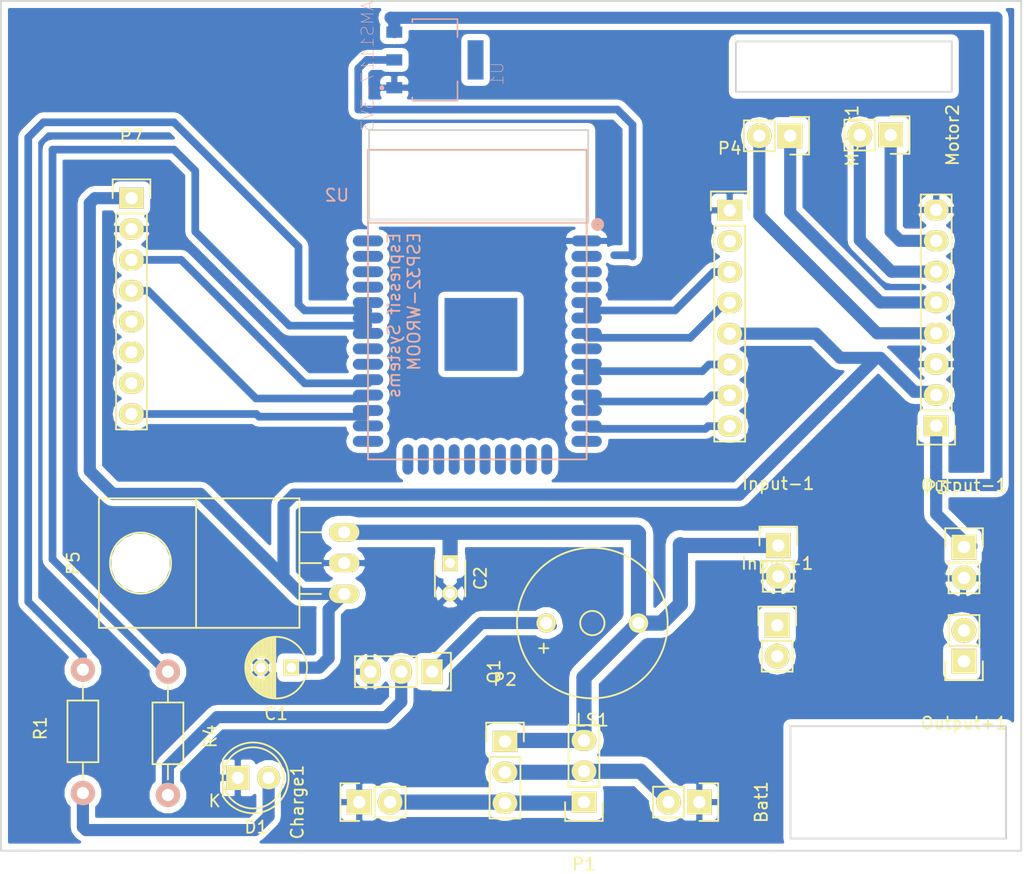
<source format=kicad_pcb>
(kicad_pcb (version 4) (host pcbnew 4.0.2+dfsg1-stable)

  (general
    (links 44)
    (no_connects 8)
    (area 112.924999 93.924999 197.075001 164.075001)
    (thickness 1.6)
    (drawings 19)
    (tracks 149)
    (zones 0)
    (modules 23)
    (nets 64)
  )

  (page A4)
  (layers
    (0 F.Cu signal)
    (31 B.Cu signal)
    (32 B.Adhes user hide)
    (33 F.Adhes user hide)
    (34 B.Paste user hide)
    (35 F.Paste user hide)
    (36 B.SilkS user hide)
    (37 F.SilkS user)
    (38 B.Mask user hide)
    (39 F.Mask user hide)
    (40 Dwgs.User user hide)
    (41 Cmts.User user hide)
    (42 Eco1.User user hide)
    (43 Eco2.User user)
    (44 Edge.Cuts user)
    (45 Margin user)
    (46 B.CrtYd user)
    (47 F.CrtYd user)
    (48 B.Fab user)
    (49 F.Fab user)
  )

  (setup
    (last_trace_width 0.635)
    (trace_clearance 0.381)
    (zone_clearance 0.508)
    (zone_45_only no)
    (trace_min 0.2)
    (segment_width 0.2)
    (edge_width 0.15)
    (via_size 1.778)
    (via_drill 0.9144)
    (via_min_size 0.4)
    (via_min_drill 0.3)
    (uvia_size 0.3)
    (uvia_drill 0.1)
    (uvias_allowed no)
    (uvia_min_size 0.2)
    (uvia_min_drill 0.1)
    (pcb_text_width 0.3)
    (pcb_text_size 1.5 1.5)
    (mod_edge_width 0.15)
    (mod_text_size 1 1)
    (mod_text_width 0.15)
    (pad_size 1.524 1.524)
    (pad_drill 0.762)
    (pad_to_mask_clearance 0.2)
    (aux_axis_origin 0 0)
    (visible_elements FFFFFF7F)
    (pcbplotparams
      (layerselection 0x00030_80000001)
      (usegerberextensions false)
      (excludeedgelayer true)
      (linewidth 0.100000)
      (plotframeref false)
      (viasonmask false)
      (mode 1)
      (useauxorigin false)
      (hpglpennumber 1)
      (hpglpenspeed 20)
      (hpglpendiameter 15)
      (hpglpenoverlay 2)
      (psnegative false)
      (psa4output false)
      (plotreference true)
      (plotvalue true)
      (plotinvisibletext false)
      (padsonsilk false)
      (subtractmaskfromsilk false)
      (outputformat 1)
      (mirror false)
      (drillshape 1)
      (scaleselection 1)
      (outputdirectory ""))
  )

  (net 0 "")
  (net 1 "Net-(Bat1-Pad2)")
  (net 2 "Net-(Charge1-Pad2)")
  (net 3 GND)
  (net 4 "Net-(D1-Pad2)")
  (net 5 "Net-(LS1-Pad2)")
  (net 6 "Net-(Motor1-Pad1)")
  (net 7 "Net-(Motor1-Pad2)")
  (net 8 "Net-(Motor2-Pad1)")
  (net 9 "Net-(Motor2-Pad2)")
  (net 10 VM)
  (net 11 Vcc)
  (net 12 PWMB)
  (net 13 BI2)
  (net 14 BI1)
  (net 15 AI1)
  (net 16 AI2)
  (net 17 PWMA)
  (net 18 "Net-(Q1-Pad2)")
  (net 19 LED)
  (net 20 BUZZER)
  (net 21 "Net-(U2-Pad38)")
  (net 22 "Net-(U2-Pad36)")
  (net 23 "Net-(U2-Pad35)")
  (net 24 "Net-(U2-Pad34)")
  (net 25 "Net-(U2-Pad32)")
  (net 26 BIN2)
  (net 27 BIN1)
  (net 28 AIN1)
  (net 29 AIN2)
  (net 30 "Net-(U2-Pad24)")
  (net 31 "Net-(U2-Pad23)")
  (net 32 "Net-(U2-Pad22)")
  (net 33 "Net-(U2-Pad21)")
  (net 34 "Net-(U2-Pad20)")
  (net 35 "Net-(U2-Pad19)")
  (net 36 "Net-(U2-Pad18)")
  (net 37 "Net-(U2-Pad17)")
  (net 38 "Net-(U2-Pad16)")
  (net 39 "Net-(U2-Pad15)")
  (net 40 "Net-(U2-Pad14)")
  (net 41 "Net-(U2-Pad10)")
  (net 42 SDA)
  (net 43 SCL)
  (net 44 INT)
  (net 45 "Net-(U2-Pad5)")
  (net 46 "Net-(U2-Pad4)")
  (net 47 "Net-(U2-Pad3)")
  (net 48 "Net-(U2-Pad39)")
  (net 49 "Net-(U2-Pad9)")
  (net 50 "Net-(U2-Pad8)")
  (net 51 XDA)
  (net 52 XCL)
  (net 53 AD0)
  (net 54 "Net-(U2-Pad28)")
  (net 55 "Net-(U2-Pad30)")
  (net 56 "Net-(U2-Pad26)")
  (net 57 Vin)
  (net 58 "Net-(Input+1-Pad2)")
  (net 59 "Net-(Output+1-Pad1)")
  (net 60 "Net-(U1-Pad2)")
  (net 61 "Net-(U1-Pad4)")
  (net 62 "Net-(Input+1-Pad1)")
  (net 63 "Net-(Output+1-Pad2)")

  (net_class Default "This is the default net class."
    (clearance 0.381)
    (trace_width 0.635)
    (via_dia 1.778)
    (via_drill 0.9144)
    (uvia_dia 0.3)
    (uvia_drill 0.1)
    (add_net AD0)
    (add_net AI1)
    (add_net AI2)
    (add_net AIN1)
    (add_net AIN2)
    (add_net BI1)
    (add_net BI2)
    (add_net BIN1)
    (add_net BIN2)
    (add_net BUZZER)
    (add_net GND)
    (add_net INT)
    (add_net LED)
    (add_net "Net-(Input+1-Pad1)")
    (add_net "Net-(Input+1-Pad2)")
    (add_net "Net-(Output+1-Pad1)")
    (add_net "Net-(Output+1-Pad2)")
    (add_net "Net-(U1-Pad2)")
    (add_net "Net-(U1-Pad4)")
    (add_net "Net-(U2-Pad10)")
    (add_net "Net-(U2-Pad14)")
    (add_net "Net-(U2-Pad15)")
    (add_net "Net-(U2-Pad16)")
    (add_net "Net-(U2-Pad17)")
    (add_net "Net-(U2-Pad18)")
    (add_net "Net-(U2-Pad19)")
    (add_net "Net-(U2-Pad20)")
    (add_net "Net-(U2-Pad21)")
    (add_net "Net-(U2-Pad22)")
    (add_net "Net-(U2-Pad23)")
    (add_net "Net-(U2-Pad24)")
    (add_net "Net-(U2-Pad26)")
    (add_net "Net-(U2-Pad28)")
    (add_net "Net-(U2-Pad3)")
    (add_net "Net-(U2-Pad30)")
    (add_net "Net-(U2-Pad32)")
    (add_net "Net-(U2-Pad34)")
    (add_net "Net-(U2-Pad35)")
    (add_net "Net-(U2-Pad36)")
    (add_net "Net-(U2-Pad38)")
    (add_net "Net-(U2-Pad39)")
    (add_net "Net-(U2-Pad4)")
    (add_net "Net-(U2-Pad5)")
    (add_net "Net-(U2-Pad8)")
    (add_net "Net-(U2-Pad9)")
    (add_net PWMA)
    (add_net PWMB)
    (add_net SCL)
    (add_net SDA)
    (add_net XCL)
    (add_net XDA)
  )

  (net_class 12V ""
    (clearance 0.6)
    (trace_width 1.25)
    (via_dia 1.778)
    (via_drill 0.9144)
    (uvia_dia 0.3)
    (uvia_drill 0.1)
    (add_net "Net-(Bat1-Pad2)")
    (add_net "Net-(Charge1-Pad2)")
    (add_net Vin)
  )

  (net_class 5V ""
    (clearance 0.5)
    (trace_width 1)
    (via_dia 1.778)
    (via_drill 0.9144)
    (uvia_dia 0.3)
    (uvia_drill 0.1)
    (add_net "Net-(D1-Pad2)")
    (add_net Vcc)
  )

  (net_class 8V ""
    (clearance 0.5)
    (trace_width 1)
    (via_dia 1.778)
    (via_drill 0.9144)
    (uvia_dia 0.3)
    (uvia_drill 0.1)
    (add_net "Net-(LS1-Pad2)")
    (add_net "Net-(Motor1-Pad1)")
    (add_net "Net-(Motor1-Pad2)")
    (add_net "Net-(Motor2-Pad1)")
    (add_net "Net-(Motor2-Pad2)")
    (add_net "Net-(Q1-Pad2)")
    (add_net VM)
  )

  (module Pin_Headers:Pin_Header_Straight_1x02 (layer F.Cu) (tedit 54EA090C) (tstamp 5B572A55)
    (at 170.5 160 270)
    (descr "Through hole pin header")
    (tags "pin header")
    (path /5B5607D4)
    (fp_text reference Bat1 (at 0 -5.1 270) (layer F.SilkS)
      (effects (font (size 1 1) (thickness 0.15)))
    )
    (fp_text value CONN_01X02 (at 0 -3.1 270) (layer F.Fab)
      (effects (font (size 1 1) (thickness 0.15)))
    )
    (fp_line (start 1.27 1.27) (end 1.27 3.81) (layer F.SilkS) (width 0.15))
    (fp_line (start 1.55 -1.55) (end 1.55 0) (layer F.SilkS) (width 0.15))
    (fp_line (start -1.75 -1.75) (end -1.75 4.3) (layer F.CrtYd) (width 0.05))
    (fp_line (start 1.75 -1.75) (end 1.75 4.3) (layer F.CrtYd) (width 0.05))
    (fp_line (start -1.75 -1.75) (end 1.75 -1.75) (layer F.CrtYd) (width 0.05))
    (fp_line (start -1.75 4.3) (end 1.75 4.3) (layer F.CrtYd) (width 0.05))
    (fp_line (start 1.27 1.27) (end -1.27 1.27) (layer F.SilkS) (width 0.15))
    (fp_line (start -1.55 0) (end -1.55 -1.55) (layer F.SilkS) (width 0.15))
    (fp_line (start -1.55 -1.55) (end 1.55 -1.55) (layer F.SilkS) (width 0.15))
    (fp_line (start -1.27 1.27) (end -1.27 3.81) (layer F.SilkS) (width 0.15))
    (fp_line (start -1.27 3.81) (end 1.27 3.81) (layer F.SilkS) (width 0.15))
    (pad 1 thru_hole rect (at 0 0 270) (size 2.032 2.032) (drill 1.016) (layers *.Cu *.Mask F.SilkS)
      (net 3 GND))
    (pad 2 thru_hole oval (at 0 2.54 270) (size 2.032 2.032) (drill 1.016) (layers *.Cu *.Mask F.SilkS)
      (net 1 "Net-(Bat1-Pad2)"))
    (model Pin_Headers.3dshapes/Pin_Header_Straight_1x02.wrl
      (at (xyz 0 -0.05 0))
      (scale (xyz 1 1 1))
      (rotate (xyz 0 0 90))
    )
  )

  (module Pin_Headers:Pin_Header_Straight_1x02 (layer F.Cu) (tedit 54EA090C) (tstamp 5B572A5B)
    (at 142.5 160 90)
    (descr "Through hole pin header")
    (tags "pin header")
    (path /5B56084F)
    (fp_text reference Charge1 (at 0 -5.1 90) (layer F.SilkS)
      (effects (font (size 1 1) (thickness 0.15)))
    )
    (fp_text value CONN_01X02 (at 0 -3.1 90) (layer F.Fab)
      (effects (font (size 1 1) (thickness 0.15)))
    )
    (fp_line (start 1.27 1.27) (end 1.27 3.81) (layer F.SilkS) (width 0.15))
    (fp_line (start 1.55 -1.55) (end 1.55 0) (layer F.SilkS) (width 0.15))
    (fp_line (start -1.75 -1.75) (end -1.75 4.3) (layer F.CrtYd) (width 0.05))
    (fp_line (start 1.75 -1.75) (end 1.75 4.3) (layer F.CrtYd) (width 0.05))
    (fp_line (start -1.75 -1.75) (end 1.75 -1.75) (layer F.CrtYd) (width 0.05))
    (fp_line (start -1.75 4.3) (end 1.75 4.3) (layer F.CrtYd) (width 0.05))
    (fp_line (start 1.27 1.27) (end -1.27 1.27) (layer F.SilkS) (width 0.15))
    (fp_line (start -1.55 0) (end -1.55 -1.55) (layer F.SilkS) (width 0.15))
    (fp_line (start -1.55 -1.55) (end 1.55 -1.55) (layer F.SilkS) (width 0.15))
    (fp_line (start -1.27 1.27) (end -1.27 3.81) (layer F.SilkS) (width 0.15))
    (fp_line (start -1.27 3.81) (end 1.27 3.81) (layer F.SilkS) (width 0.15))
    (pad 1 thru_hole rect (at 0 0 90) (size 2.032 2.032) (drill 1.016) (layers *.Cu *.Mask F.SilkS)
      (net 3 GND))
    (pad 2 thru_hole oval (at 0 2.54 90) (size 2.032 2.032) (drill 1.016) (layers *.Cu *.Mask F.SilkS)
      (net 2 "Net-(Charge1-Pad2)"))
    (model Pin_Headers.3dshapes/Pin_Header_Straight_1x02.wrl
      (at (xyz 0 -0.05 0))
      (scale (xyz 1 1 1))
      (rotate (xyz 0 0 90))
    )
  )

  (module LEDs:LED-5MM (layer F.Cu) (tedit 5570F7EA) (tstamp 5B572A61)
    (at 132.5 158)
    (descr "LED 5mm round vertical")
    (tags "LED 5mm round vertical")
    (path /5B54AF20)
    (fp_text reference D1 (at 1.524 4.064) (layer F.SilkS)
      (effects (font (size 1 1) (thickness 0.15)))
    )
    (fp_text value LED (at 1.524 -3.937) (layer F.Fab)
      (effects (font (size 1 1) (thickness 0.15)))
    )
    (fp_line (start -1.5 -1.55) (end -1.5 1.55) (layer F.CrtYd) (width 0.05))
    (fp_arc (start 1.3 0) (end -1.5 1.55) (angle -302) (layer F.CrtYd) (width 0.05))
    (fp_arc (start 1.27 0) (end -1.23 -1.5) (angle 297.5) (layer F.SilkS) (width 0.15))
    (fp_line (start -1.23 1.5) (end -1.23 -1.5) (layer F.SilkS) (width 0.15))
    (fp_circle (center 1.27 0) (end 0.97 -2.5) (layer F.SilkS) (width 0.15))
    (fp_text user K (at -1.905 1.905) (layer F.SilkS)
      (effects (font (size 1 1) (thickness 0.15)))
    )
    (pad 1 thru_hole rect (at 0 0 90) (size 2 1.9) (drill 1.00076) (layers *.Cu *.Mask F.SilkS)
      (net 3 GND))
    (pad 2 thru_hole circle (at 2.54 0) (size 1.9 1.9) (drill 1.00076) (layers *.Cu *.Mask F.SilkS)
      (net 4 "Net-(D1-Pad2)"))
    (model LEDs.3dshapes/LED-5MM.wrl
      (at (xyz 0.05 0 0))
      (scale (xyz 1 1 1))
      (rotate (xyz 0 0 90))
    )
  )

  (module Pin_Headers:Pin_Header_Straight_1x02 (layer F.Cu) (tedit 54EA090C) (tstamp 5B572A6D)
    (at 177.98 105.11 270)
    (descr "Through hole pin header")
    (tags "pin header")
    (path /5B560B38)
    (fp_text reference Motor1 (at 0 -5.1 270) (layer F.SilkS)
      (effects (font (size 1 1) (thickness 0.15)))
    )
    (fp_text value CONN_01X02 (at 0 -3.1 270) (layer F.Fab)
      (effects (font (size 1 1) (thickness 0.15)))
    )
    (fp_line (start 1.27 1.27) (end 1.27 3.81) (layer F.SilkS) (width 0.15))
    (fp_line (start 1.55 -1.55) (end 1.55 0) (layer F.SilkS) (width 0.15))
    (fp_line (start -1.75 -1.75) (end -1.75 4.3) (layer F.CrtYd) (width 0.05))
    (fp_line (start 1.75 -1.75) (end 1.75 4.3) (layer F.CrtYd) (width 0.05))
    (fp_line (start -1.75 -1.75) (end 1.75 -1.75) (layer F.CrtYd) (width 0.05))
    (fp_line (start -1.75 4.3) (end 1.75 4.3) (layer F.CrtYd) (width 0.05))
    (fp_line (start 1.27 1.27) (end -1.27 1.27) (layer F.SilkS) (width 0.15))
    (fp_line (start -1.55 0) (end -1.55 -1.55) (layer F.SilkS) (width 0.15))
    (fp_line (start -1.55 -1.55) (end 1.55 -1.55) (layer F.SilkS) (width 0.15))
    (fp_line (start -1.27 1.27) (end -1.27 3.81) (layer F.SilkS) (width 0.15))
    (fp_line (start -1.27 3.81) (end 1.27 3.81) (layer F.SilkS) (width 0.15))
    (pad 1 thru_hole rect (at 0 0 270) (size 2.032 2.032) (drill 1.016) (layers *.Cu *.Mask F.SilkS)
      (net 6 "Net-(Motor1-Pad1)"))
    (pad 2 thru_hole oval (at 0 2.54 270) (size 2.032 2.032) (drill 1.016) (layers *.Cu *.Mask F.SilkS)
      (net 7 "Net-(Motor1-Pad2)"))
    (model Pin_Headers.3dshapes/Pin_Header_Straight_1x02.wrl
      (at (xyz 0 -0.05 0))
      (scale (xyz 1 1 1))
      (rotate (xyz 0 0 90))
    )
  )

  (module Pin_Headers:Pin_Header_Straight_1x02 (layer F.Cu) (tedit 54EA090C) (tstamp 5B572A73)
    (at 186.25 105.05 270)
    (descr "Through hole pin header")
    (tags "pin header")
    (path /5B560CB2)
    (fp_text reference Motor2 (at 0 -5.1 270) (layer F.SilkS)
      (effects (font (size 1 1) (thickness 0.15)))
    )
    (fp_text value CONN_01X02 (at 0 -3.1 270) (layer F.Fab)
      (effects (font (size 1 1) (thickness 0.15)))
    )
    (fp_line (start 1.27 1.27) (end 1.27 3.81) (layer F.SilkS) (width 0.15))
    (fp_line (start 1.55 -1.55) (end 1.55 0) (layer F.SilkS) (width 0.15))
    (fp_line (start -1.75 -1.75) (end -1.75 4.3) (layer F.CrtYd) (width 0.05))
    (fp_line (start 1.75 -1.75) (end 1.75 4.3) (layer F.CrtYd) (width 0.05))
    (fp_line (start -1.75 -1.75) (end 1.75 -1.75) (layer F.CrtYd) (width 0.05))
    (fp_line (start -1.75 4.3) (end 1.75 4.3) (layer F.CrtYd) (width 0.05))
    (fp_line (start 1.27 1.27) (end -1.27 1.27) (layer F.SilkS) (width 0.15))
    (fp_line (start -1.55 0) (end -1.55 -1.55) (layer F.SilkS) (width 0.15))
    (fp_line (start -1.55 -1.55) (end 1.55 -1.55) (layer F.SilkS) (width 0.15))
    (fp_line (start -1.27 1.27) (end -1.27 3.81) (layer F.SilkS) (width 0.15))
    (fp_line (start -1.27 3.81) (end 1.27 3.81) (layer F.SilkS) (width 0.15))
    (pad 1 thru_hole rect (at 0 0 270) (size 2.032 2.032) (drill 1.016) (layers *.Cu *.Mask F.SilkS)
      (net 8 "Net-(Motor2-Pad1)"))
    (pad 2 thru_hole oval (at 0 2.54 270) (size 2.032 2.032) (drill 1.016) (layers *.Cu *.Mask F.SilkS)
      (net 9 "Net-(Motor2-Pad2)"))
    (model Pin_Headers.3dshapes/Pin_Header_Straight_1x02.wrl
      (at (xyz 0 -0.05 0))
      (scale (xyz 1 1 1))
      (rotate (xyz 0 0 90))
    )
  )

  (module Pin_Headers:Pin_Header_Straight_1x03 (layer F.Cu) (tedit 0) (tstamp 5B572A7A)
    (at 161 160 180)
    (descr "Through hole pin header")
    (tags "pin header")
    (path /5B560A40)
    (fp_text reference P1 (at 0 -5.1 180) (layer F.SilkS)
      (effects (font (size 1 1) (thickness 0.15)))
    )
    (fp_text value CONN_01X03 (at 0 -3.1 180) (layer F.Fab)
      (effects (font (size 1 1) (thickness 0.15)))
    )
    (fp_line (start -1.75 -1.75) (end -1.75 6.85) (layer F.CrtYd) (width 0.05))
    (fp_line (start 1.75 -1.75) (end 1.75 6.85) (layer F.CrtYd) (width 0.05))
    (fp_line (start -1.75 -1.75) (end 1.75 -1.75) (layer F.CrtYd) (width 0.05))
    (fp_line (start -1.75 6.85) (end 1.75 6.85) (layer F.CrtYd) (width 0.05))
    (fp_line (start -1.27 1.27) (end -1.27 6.35) (layer F.SilkS) (width 0.15))
    (fp_line (start -1.27 6.35) (end 1.27 6.35) (layer F.SilkS) (width 0.15))
    (fp_line (start 1.27 6.35) (end 1.27 1.27) (layer F.SilkS) (width 0.15))
    (fp_line (start 1.55 -1.55) (end 1.55 0) (layer F.SilkS) (width 0.15))
    (fp_line (start 1.27 1.27) (end -1.27 1.27) (layer F.SilkS) (width 0.15))
    (fp_line (start -1.55 0) (end -1.55 -1.55) (layer F.SilkS) (width 0.15))
    (fp_line (start -1.55 -1.55) (end 1.55 -1.55) (layer F.SilkS) (width 0.15))
    (pad 1 thru_hole rect (at 0 0 180) (size 2.032 1.7272) (drill 1.016) (layers *.Cu *.Mask F.SilkS)
      (net 2 "Net-(Charge1-Pad2)"))
    (pad 2 thru_hole oval (at 0 2.54 180) (size 2.032 1.7272) (drill 1.016) (layers *.Cu *.Mask F.SilkS)
      (net 1 "Net-(Bat1-Pad2)"))
    (pad 3 thru_hole oval (at 0 5.08 180) (size 2.032 1.7272) (drill 1.016) (layers *.Cu *.Mask F.SilkS)
      (net 57 Vin))
    (model Pin_Headers.3dshapes/Pin_Header_Straight_1x03.wrl
      (at (xyz 0 -0.1 0))
      (scale (xyz 1 1 1))
      (rotate (xyz 0 0 90))
    )
  )

  (module Pin_Headers:Pin_Header_Straight_1x03 (layer F.Cu) (tedit 0) (tstamp 5B572A81)
    (at 154.5 155)
    (descr "Through hole pin header")
    (tags "pin header")
    (path /5B560A8F)
    (fp_text reference P2 (at 0 -5.1) (layer F.SilkS)
      (effects (font (size 1 1) (thickness 0.15)))
    )
    (fp_text value CONN_01X03 (at 0 -3.1) (layer F.Fab)
      (effects (font (size 1 1) (thickness 0.15)))
    )
    (fp_line (start -1.75 -1.75) (end -1.75 6.85) (layer F.CrtYd) (width 0.05))
    (fp_line (start 1.75 -1.75) (end 1.75 6.85) (layer F.CrtYd) (width 0.05))
    (fp_line (start -1.75 -1.75) (end 1.75 -1.75) (layer F.CrtYd) (width 0.05))
    (fp_line (start -1.75 6.85) (end 1.75 6.85) (layer F.CrtYd) (width 0.05))
    (fp_line (start -1.27 1.27) (end -1.27 6.35) (layer F.SilkS) (width 0.15))
    (fp_line (start -1.27 6.35) (end 1.27 6.35) (layer F.SilkS) (width 0.15))
    (fp_line (start 1.27 6.35) (end 1.27 1.27) (layer F.SilkS) (width 0.15))
    (fp_line (start 1.55 -1.55) (end 1.55 0) (layer F.SilkS) (width 0.15))
    (fp_line (start 1.27 1.27) (end -1.27 1.27) (layer F.SilkS) (width 0.15))
    (fp_line (start -1.55 0) (end -1.55 -1.55) (layer F.SilkS) (width 0.15))
    (fp_line (start -1.55 -1.55) (end 1.55 -1.55) (layer F.SilkS) (width 0.15))
    (pad 1 thru_hole rect (at 0 0) (size 2.032 1.7272) (drill 1.016) (layers *.Cu *.Mask F.SilkS)
      (net 57 Vin))
    (pad 2 thru_hole oval (at 0 2.54) (size 2.032 1.7272) (drill 1.016) (layers *.Cu *.Mask F.SilkS)
      (net 1 "Net-(Bat1-Pad2)"))
    (pad 3 thru_hole oval (at 0 5.08) (size 2.032 1.7272) (drill 1.016) (layers *.Cu *.Mask F.SilkS)
      (net 2 "Net-(Charge1-Pad2)"))
    (model Pin_Headers.3dshapes/Pin_Header_Straight_1x03.wrl
      (at (xyz 0 -0.1 0))
      (scale (xyz 1 1 1))
      (rotate (xyz 0 0 90))
    )
  )

  (module Pin_Headers:Pin_Header_Straight_1x08 (layer F.Cu) (tedit 0) (tstamp 5B572A8D)
    (at 190 129 180)
    (descr "Through hole pin header")
    (tags "pin header")
    (path /5B572A64)
    (fp_text reference P3 (at 0 -5.1 180) (layer F.SilkS)
      (effects (font (size 1 1) (thickness 0.15)))
    )
    (fp_text value CONN_01X08 (at 0 -3.1 180) (layer F.Fab)
      (effects (font (size 1 1) (thickness 0.15)))
    )
    (fp_line (start -1.75 -1.75) (end -1.75 19.55) (layer F.CrtYd) (width 0.05))
    (fp_line (start 1.75 -1.75) (end 1.75 19.55) (layer F.CrtYd) (width 0.05))
    (fp_line (start -1.75 -1.75) (end 1.75 -1.75) (layer F.CrtYd) (width 0.05))
    (fp_line (start -1.75 19.55) (end 1.75 19.55) (layer F.CrtYd) (width 0.05))
    (fp_line (start 1.27 1.27) (end 1.27 19.05) (layer F.SilkS) (width 0.15))
    (fp_line (start 1.27 19.05) (end -1.27 19.05) (layer F.SilkS) (width 0.15))
    (fp_line (start -1.27 19.05) (end -1.27 1.27) (layer F.SilkS) (width 0.15))
    (fp_line (start 1.55 -1.55) (end 1.55 0) (layer F.SilkS) (width 0.15))
    (fp_line (start 1.27 1.27) (end -1.27 1.27) (layer F.SilkS) (width 0.15))
    (fp_line (start -1.55 0) (end -1.55 -1.55) (layer F.SilkS) (width 0.15))
    (fp_line (start -1.55 -1.55) (end 1.55 -1.55) (layer F.SilkS) (width 0.15))
    (pad 1 thru_hole rect (at 0 0 180) (size 2.032 1.7272) (drill 1.016) (layers *.Cu *.Mask F.SilkS)
      (net 10 VM))
    (pad 2 thru_hole oval (at 0 2.54 180) (size 2.032 1.7272) (drill 1.016) (layers *.Cu *.Mask F.SilkS)
      (net 11 Vcc))
    (pad 3 thru_hole oval (at 0 5.08 180) (size 2.032 1.7272) (drill 1.016) (layers *.Cu *.Mask F.SilkS)
      (net 3 GND))
    (pad 4 thru_hole oval (at 0 7.62 180) (size 2.032 1.7272) (drill 1.016) (layers *.Cu *.Mask F.SilkS)
      (net 7 "Net-(Motor1-Pad2)"))
    (pad 5 thru_hole oval (at 0 10.16 180) (size 2.032 1.7272) (drill 1.016) (layers *.Cu *.Mask F.SilkS)
      (net 6 "Net-(Motor1-Pad1)"))
    (pad 6 thru_hole oval (at 0 12.7 180) (size 2.032 1.7272) (drill 1.016) (layers *.Cu *.Mask F.SilkS)
      (net 9 "Net-(Motor2-Pad2)"))
    (pad 7 thru_hole oval (at 0 15.24 180) (size 2.032 1.7272) (drill 1.016) (layers *.Cu *.Mask F.SilkS)
      (net 8 "Net-(Motor2-Pad1)"))
    (pad 8 thru_hole oval (at 0 17.78 180) (size 2.032 1.7272) (drill 1.016) (layers *.Cu *.Mask F.SilkS)
      (net 3 GND))
    (model Pin_Headers.3dshapes/Pin_Header_Straight_1x08.wrl
      (at (xyz 0 -0.35 0))
      (scale (xyz 1 1 1))
      (rotate (xyz 0 0 90))
    )
  )

  (module Pin_Headers:Pin_Header_Straight_1x08 (layer F.Cu) (tedit 0) (tstamp 5B572A99)
    (at 173 111.25)
    (descr "Through hole pin header")
    (tags "pin header")
    (path /5B572E74)
    (fp_text reference P4 (at 0 -5.1) (layer F.SilkS)
      (effects (font (size 1 1) (thickness 0.15)))
    )
    (fp_text value CONN_01X08 (at 0 -3.1) (layer F.Fab)
      (effects (font (size 1 1) (thickness 0.15)))
    )
    (fp_line (start -1.75 -1.75) (end -1.75 19.55) (layer F.CrtYd) (width 0.05))
    (fp_line (start 1.75 -1.75) (end 1.75 19.55) (layer F.CrtYd) (width 0.05))
    (fp_line (start -1.75 -1.75) (end 1.75 -1.75) (layer F.CrtYd) (width 0.05))
    (fp_line (start -1.75 19.55) (end 1.75 19.55) (layer F.CrtYd) (width 0.05))
    (fp_line (start 1.27 1.27) (end 1.27 19.05) (layer F.SilkS) (width 0.15))
    (fp_line (start 1.27 19.05) (end -1.27 19.05) (layer F.SilkS) (width 0.15))
    (fp_line (start -1.27 19.05) (end -1.27 1.27) (layer F.SilkS) (width 0.15))
    (fp_line (start 1.55 -1.55) (end 1.55 0) (layer F.SilkS) (width 0.15))
    (fp_line (start 1.27 1.27) (end -1.27 1.27) (layer F.SilkS) (width 0.15))
    (fp_line (start -1.55 0) (end -1.55 -1.55) (layer F.SilkS) (width 0.15))
    (fp_line (start -1.55 -1.55) (end 1.55 -1.55) (layer F.SilkS) (width 0.15))
    (pad 1 thru_hole rect (at 0 0) (size 2.032 1.7272) (drill 1.016) (layers *.Cu *.Mask F.SilkS)
      (net 3 GND))
    (pad 2 thru_hole oval (at 0 2.54) (size 2.032 1.7272) (drill 1.016) (layers *.Cu *.Mask F.SilkS)
      (net 12 PWMB))
    (pad 3 thru_hole oval (at 0 5.08) (size 2.032 1.7272) (drill 1.016) (layers *.Cu *.Mask F.SilkS)
      (net 13 BI2))
    (pad 4 thru_hole oval (at 0 7.62) (size 2.032 1.7272) (drill 1.016) (layers *.Cu *.Mask F.SilkS)
      (net 14 BI1))
    (pad 5 thru_hole oval (at 0 10.16) (size 2.032 1.7272) (drill 1.016) (layers *.Cu *.Mask F.SilkS)
      (net 11 Vcc))
    (pad 6 thru_hole oval (at 0 12.7) (size 2.032 1.7272) (drill 1.016) (layers *.Cu *.Mask F.SilkS)
      (net 15 AI1))
    (pad 7 thru_hole oval (at 0 15.24) (size 2.032 1.7272) (drill 1.016) (layers *.Cu *.Mask F.SilkS)
      (net 16 AI2))
    (pad 8 thru_hole oval (at 0 17.78) (size 2.032 1.7272) (drill 1.016) (layers *.Cu *.Mask F.SilkS)
      (net 17 PWMA))
    (model Pin_Headers.3dshapes/Pin_Header_Straight_1x08.wrl
      (at (xyz 0 -0.35 0))
      (scale (xyz 1 1 1))
      (rotate (xyz 0 0 90))
    )
  )

  (module Pin_Headers:Pin_Header_Straight_1x03 (layer F.Cu) (tedit 0) (tstamp 5B572AA0)
    (at 148.5 149.25 270)
    (descr "Through hole pin header")
    (tags "pin header")
    (path /5B5625E6)
    (fp_text reference Q1 (at 0 -5.1 270) (layer F.SilkS)
      (effects (font (size 1 1) (thickness 0.15)))
    )
    (fp_text value BC548 (at 0 -3.1 270) (layer F.Fab)
      (effects (font (size 1 1) (thickness 0.15)))
    )
    (fp_line (start -1.75 -1.75) (end -1.75 6.85) (layer F.CrtYd) (width 0.05))
    (fp_line (start 1.75 -1.75) (end 1.75 6.85) (layer F.CrtYd) (width 0.05))
    (fp_line (start -1.75 -1.75) (end 1.75 -1.75) (layer F.CrtYd) (width 0.05))
    (fp_line (start -1.75 6.85) (end 1.75 6.85) (layer F.CrtYd) (width 0.05))
    (fp_line (start -1.27 1.27) (end -1.27 6.35) (layer F.SilkS) (width 0.15))
    (fp_line (start -1.27 6.35) (end 1.27 6.35) (layer F.SilkS) (width 0.15))
    (fp_line (start 1.27 6.35) (end 1.27 1.27) (layer F.SilkS) (width 0.15))
    (fp_line (start 1.55 -1.55) (end 1.55 0) (layer F.SilkS) (width 0.15))
    (fp_line (start 1.27 1.27) (end -1.27 1.27) (layer F.SilkS) (width 0.15))
    (fp_line (start -1.55 0) (end -1.55 -1.55) (layer F.SilkS) (width 0.15))
    (fp_line (start -1.55 -1.55) (end 1.55 -1.55) (layer F.SilkS) (width 0.15))
    (pad 1 thru_hole rect (at 0 0 270) (size 2.032 1.7272) (drill 1.016) (layers *.Cu *.Mask F.SilkS)
      (net 5 "Net-(LS1-Pad2)"))
    (pad 2 thru_hole oval (at 0 2.54 270) (size 2.032 1.7272) (drill 1.016) (layers *.Cu *.Mask F.SilkS)
      (net 18 "Net-(Q1-Pad2)"))
    (pad 3 thru_hole oval (at 0 5.08 270) (size 2.032 1.7272) (drill 1.016) (layers *.Cu *.Mask F.SilkS)
      (net 3 GND))
    (model Pin_Headers.3dshapes/Pin_Header_Straight_1x03.wrl
      (at (xyz 0 -0.1 0))
      (scale (xyz 1 1 1))
      (rotate (xyz 0 0 90))
    )
  )

  (module Resistors_ThroughHole:Resistor_Horizontal_RM10mm (layer F.Cu) (tedit 56648415) (tstamp 5B572AA6)
    (at 119.75 159.25 90)
    (descr "Resistor, Axial,  RM 10mm, 1/3W")
    (tags "Resistor Axial RM 10mm 1/3W")
    (path /5B54B097)
    (fp_text reference R1 (at 5.32892 -3.50012 90) (layer F.SilkS)
      (effects (font (size 1 1) (thickness 0.15)))
    )
    (fp_text value 220 (at 5.08 3.81 90) (layer F.Fab)
      (effects (font (size 1 1) (thickness 0.15)))
    )
    (fp_line (start -1.25 -1.5) (end 11.4 -1.5) (layer F.CrtYd) (width 0.05))
    (fp_line (start -1.25 1.5) (end -1.25 -1.5) (layer F.CrtYd) (width 0.05))
    (fp_line (start 11.4 -1.5) (end 11.4 1.5) (layer F.CrtYd) (width 0.05))
    (fp_line (start -1.25 1.5) (end 11.4 1.5) (layer F.CrtYd) (width 0.05))
    (fp_line (start 2.54 -1.27) (end 7.62 -1.27) (layer F.SilkS) (width 0.15))
    (fp_line (start 7.62 -1.27) (end 7.62 1.27) (layer F.SilkS) (width 0.15))
    (fp_line (start 7.62 1.27) (end 2.54 1.27) (layer F.SilkS) (width 0.15))
    (fp_line (start 2.54 1.27) (end 2.54 -1.27) (layer F.SilkS) (width 0.15))
    (fp_line (start 2.54 0) (end 1.27 0) (layer F.SilkS) (width 0.15))
    (fp_line (start 7.62 0) (end 8.89 0) (layer F.SilkS) (width 0.15))
    (pad 1 thru_hole circle (at 0 0 90) (size 1.99898 1.99898) (drill 1.00076) (layers *.Cu *.SilkS *.Mask)
      (net 4 "Net-(D1-Pad2)"))
    (pad 2 thru_hole circle (at 10.16 0 90) (size 1.99898 1.99898) (drill 1.00076) (layers *.Cu *.SilkS *.Mask)
      (net 19 LED))
    (model Resistors_ThroughHole.3dshapes/Resistor_Horizontal_RM10mm.wrl
      (at (xyz 0 0 0))
      (scale (xyz 0.4 0.4 0.4))
      (rotate (xyz 0 0 0))
    )
  )

  (module Resistors_ThroughHole:Resistor_Horizontal_RM10mm (layer F.Cu) (tedit 56648415) (tstamp 5B572AB8)
    (at 126.75 149.25 270)
    (descr "Resistor, Axial,  RM 10mm, 1/3W")
    (tags "Resistor Axial RM 10mm 1/3W")
    (path /5B56291F)
    (fp_text reference R4 (at 5.32892 -3.50012 270) (layer F.SilkS)
      (effects (font (size 1 1) (thickness 0.15)))
    )
    (fp_text value 2K2 (at 5.08 3.81 270) (layer F.Fab)
      (effects (font (size 1 1) (thickness 0.15)))
    )
    (fp_line (start -1.25 -1.5) (end 11.4 -1.5) (layer F.CrtYd) (width 0.05))
    (fp_line (start -1.25 1.5) (end -1.25 -1.5) (layer F.CrtYd) (width 0.05))
    (fp_line (start 11.4 -1.5) (end 11.4 1.5) (layer F.CrtYd) (width 0.05))
    (fp_line (start -1.25 1.5) (end 11.4 1.5) (layer F.CrtYd) (width 0.05))
    (fp_line (start 2.54 -1.27) (end 7.62 -1.27) (layer F.SilkS) (width 0.15))
    (fp_line (start 7.62 -1.27) (end 7.62 1.27) (layer F.SilkS) (width 0.15))
    (fp_line (start 7.62 1.27) (end 2.54 1.27) (layer F.SilkS) (width 0.15))
    (fp_line (start 2.54 1.27) (end 2.54 -1.27) (layer F.SilkS) (width 0.15))
    (fp_line (start 2.54 0) (end 1.27 0) (layer F.SilkS) (width 0.15))
    (fp_line (start 7.62 0) (end 8.89 0) (layer F.SilkS) (width 0.15))
    (pad 1 thru_hole circle (at 0 0 270) (size 1.99898 1.99898) (drill 1.00076) (layers *.Cu *.SilkS *.Mask)
      (net 20 BUZZER))
    (pad 2 thru_hole circle (at 10.16 0 270) (size 1.99898 1.99898) (drill 1.00076) (layers *.Cu *.SilkS *.Mask)
      (net 18 "Net-(Q1-Pad2)"))
    (model Resistors_ThroughHole.3dshapes/Resistor_Horizontal_RM10mm.wrl
      (at (xyz 0 0 0))
      (scale (xyz 0.4 0.4 0.4))
      (rotate (xyz 0 0 0))
    )
  )

  (module ESP32-footprints-Lib:ESP32-WROOM (layer B.Cu) (tedit 57D08EA8) (tstamp 5B572AEA)
    (at 152.22 119.02)
    (path /5B53F08F)
    (fp_text reference U2 (at -11.557 -9.017) (layer B.SilkS)
      (effects (font (size 1 1) (thickness 0.15)) (justify mirror))
    )
    (fp_text value ESP32-WROOM (at 5.715 -14.224) (layer B.Fab)
      (effects (font (size 1 1) (thickness 0.15)) (justify mirror))
    )
    (fp_text user "Espressif Systems" (at -6.858 0.889 270) (layer B.SilkS)
      (effects (font (size 1 1) (thickness 0.15)) (justify mirror))
    )
    (fp_circle (center 9.906 -6.604) (end 10.033 -6.858) (layer B.SilkS) (width 0.5))
    (fp_text user ESP32-WROOM (at -5.207 -0.254 270) (layer B.SilkS)
      (effects (font (size 1 1) (thickness 0.15)) (justify mirror))
    )
    (fp_line (start -9 -6.75) (end 9 -6.75) (layer B.SilkS) (width 0.15))
    (fp_line (start 9 -12.75) (end 9 12.75) (layer B.SilkS) (width 0.15))
    (fp_line (start -9 -12.75) (end -9 12.75) (layer B.SilkS) (width 0.15))
    (fp_line (start -9 12.75) (end 9 12.75) (layer B.SilkS) (width 0.15))
    (fp_line (start -9 -12.75) (end 9 -12.75) (layer B.SilkS) (width 0.15))
    (pad 38 smd oval (at -9 -5.25) (size 2.5 0.9) (layers B.Cu B.Paste B.Mask)
      (net 21 "Net-(U2-Pad38)"))
    (pad 37 smd oval (at -9 -3.98) (size 2.5 0.9) (layers B.Cu B.Paste B.Mask)
      (net 12 PWMB))
    (pad 36 smd oval (at -9 -2.71) (size 2.5 0.9) (layers B.Cu B.Paste B.Mask)
      (net 22 "Net-(U2-Pad36)"))
    (pad 35 smd oval (at -9 -1.44) (size 2.5 0.9) (layers B.Cu B.Paste B.Mask)
      (net 23 "Net-(U2-Pad35)"))
    (pad 34 smd oval (at -9 -0.17) (size 2.5 0.9) (layers B.Cu B.Paste B.Mask)
      (net 24 "Net-(U2-Pad34)"))
    (pad 33 smd oval (at -9 1.1) (size 2.5 0.9) (layers B.Cu B.Paste B.Mask)
      (net 26 BIN2))
    (pad 32 smd oval (at -9 2.37) (size 2.5 0.9) (layers B.Cu B.Paste B.Mask)
      (net 25 "Net-(U2-Pad32)"))
    (pad 31 smd oval (at -9 3.64) (size 2.5 0.9) (layers B.Cu B.Paste B.Mask)
      (net 27 BIN1))
    (pad 30 smd oval (at -9 4.91) (size 2.5 0.9) (layers B.Cu B.Paste B.Mask)
      (net 55 "Net-(U2-Pad30)"))
    (pad 29 smd oval (at -9 6.18) (size 2.5 0.9) (layers B.Cu B.Paste B.Mask)
      (net 28 AIN1))
    (pad 28 smd oval (at -9 7.45) (size 2.5 0.9) (layers B.Cu B.Paste B.Mask)
      (net 54 "Net-(U2-Pad28)"))
    (pad 27 smd oval (at -9 8.72) (size 2.5 0.9) (layers B.Cu B.Paste B.Mask)
      (net 29 AIN2))
    (pad 26 smd oval (at -9 9.99) (size 2.5 0.9) (layers B.Cu B.Paste B.Mask)
      (net 56 "Net-(U2-Pad26)"))
    (pad 25 smd oval (at -9 11.26) (size 2.5 0.9) (layers B.Cu B.Paste B.Mask)
      (net 17 PWMA))
    (pad 24 smd oval (at -5.715 12.75) (size 0.9 2.5) (layers B.Cu B.Paste B.Mask)
      (net 30 "Net-(U2-Pad24)"))
    (pad 23 smd oval (at -4.445 12.75) (size 0.9 2.5) (layers B.Cu B.Paste B.Mask)
      (net 31 "Net-(U2-Pad23)"))
    (pad 22 smd oval (at -3.175 12.75) (size 0.9 2.5) (layers B.Cu B.Paste B.Mask)
      (net 32 "Net-(U2-Pad22)"))
    (pad 21 smd oval (at -1.905 12.75) (size 0.9 2.5) (layers B.Cu B.Paste B.Mask)
      (net 33 "Net-(U2-Pad21)"))
    (pad 20 smd oval (at -0.635 12.75) (size 0.9 2.5) (layers B.Cu B.Paste B.Mask)
      (net 34 "Net-(U2-Pad20)"))
    (pad 19 smd oval (at 0.635 12.75) (size 0.9 2.5) (layers B.Cu B.Paste B.Mask)
      (net 35 "Net-(U2-Pad19)"))
    (pad 18 smd oval (at 1.905 12.75) (size 0.9 2.5) (layers B.Cu B.Paste B.Mask)
      (net 36 "Net-(U2-Pad18)"))
    (pad 17 smd oval (at 3.175 12.75) (size 0.9 2.5) (layers B.Cu B.Paste B.Mask)
      (net 37 "Net-(U2-Pad17)"))
    (pad 16 smd oval (at 4.445 12.75) (size 0.9 2.5) (layers B.Cu B.Paste B.Mask)
      (net 38 "Net-(U2-Pad16)"))
    (pad 15 smd oval (at 5.715 12.75) (size 0.9 2.5) (layers B.Cu B.Paste B.Mask)
      (net 39 "Net-(U2-Pad15)"))
    (pad 14 smd oval (at 9 11.26) (size 2.5 0.9) (layers B.Cu B.Paste B.Mask)
      (net 40 "Net-(U2-Pad14)"))
    (pad 13 smd oval (at 9 9.99) (size 2.5 0.9) (layers B.Cu B.Paste B.Mask)
      (net 44 INT))
    (pad 12 smd oval (at 9 8.72) (size 2.5 0.9) (layers B.Cu B.Paste B.Mask)
      (net 42 SDA))
    (pad 11 smd oval (at 9 7.45) (size 2.5 0.9) (layers B.Cu B.Paste B.Mask)
      (net 43 SCL))
    (pad 10 smd oval (at 9 6.18) (size 2.5 0.9) (layers B.Cu B.Paste B.Mask)
      (net 41 "Net-(U2-Pad10)"))
    (pad 9 smd oval (at 9 4.91) (size 2.5 0.9) (layers B.Cu B.Paste B.Mask)
      (net 49 "Net-(U2-Pad9)"))
    (pad 8 smd oval (at 9 3.64) (size 2.5 0.9) (layers B.Cu B.Paste B.Mask)
      (net 50 "Net-(U2-Pad8)"))
    (pad 7 smd oval (at 9 2.37) (size 2.5 0.9) (layers B.Cu B.Paste B.Mask)
      (net 20 BUZZER))
    (pad 6 smd oval (at 9 1.1) (size 2.5 0.9) (layers B.Cu B.Paste B.Mask)
      (net 19 LED))
    (pad 5 smd oval (at 9 -0.17) (size 2.5 0.9) (layers B.Cu B.Paste B.Mask)
      (net 45 "Net-(U2-Pad5)"))
    (pad 4 smd oval (at 9 -1.44) (size 2.5 0.9) (layers B.Cu B.Paste B.Mask)
      (net 46 "Net-(U2-Pad4)"))
    (pad 3 smd oval (at 9 -2.71) (size 2.5 0.9) (layers B.Cu B.Paste B.Mask)
      (net 47 "Net-(U2-Pad3)"))
    (pad 2 smd oval (at 9 -3.98) (size 2.5 0.9) (layers B.Cu B.Paste B.Mask)
      (net 60 "Net-(U1-Pad2)"))
    (pad 1 smd oval (at 9 -5.25) (size 2.5 0.9) (layers B.Cu B.Paste B.Mask)
      (net 3 GND))
    (pad 39 smd rect (at 0.3 2.45) (size 6 6) (layers B.Cu B.Paste B.Mask)
      (net 48 "Net-(U2-Pad39)"))
  )

  (module Pin_Headers:Pin_Header_Straight_1x08 (layer F.Cu) (tedit 0) (tstamp 5B5740BA)
    (at 123.75 110.25)
    (descr "Through hole pin header")
    (tags "pin header")
    (path /5B575C65)
    (fp_text reference P7 (at 0 -5.1) (layer F.SilkS)
      (effects (font (size 1 1) (thickness 0.15)))
    )
    (fp_text value CONN_01X08 (at 0 -3.1) (layer F.Fab)
      (effects (font (size 1 1) (thickness 0.15)))
    )
    (fp_line (start -1.75 -1.75) (end -1.75 19.55) (layer F.CrtYd) (width 0.05))
    (fp_line (start 1.75 -1.75) (end 1.75 19.55) (layer F.CrtYd) (width 0.05))
    (fp_line (start -1.75 -1.75) (end 1.75 -1.75) (layer F.CrtYd) (width 0.05))
    (fp_line (start -1.75 19.55) (end 1.75 19.55) (layer F.CrtYd) (width 0.05))
    (fp_line (start 1.27 1.27) (end 1.27 19.05) (layer F.SilkS) (width 0.15))
    (fp_line (start 1.27 19.05) (end -1.27 19.05) (layer F.SilkS) (width 0.15))
    (fp_line (start -1.27 19.05) (end -1.27 1.27) (layer F.SilkS) (width 0.15))
    (fp_line (start 1.55 -1.55) (end 1.55 0) (layer F.SilkS) (width 0.15))
    (fp_line (start 1.27 1.27) (end -1.27 1.27) (layer F.SilkS) (width 0.15))
    (fp_line (start -1.55 0) (end -1.55 -1.55) (layer F.SilkS) (width 0.15))
    (fp_line (start -1.55 -1.55) (end 1.55 -1.55) (layer F.SilkS) (width 0.15))
    (pad 1 thru_hole rect (at 0 0) (size 2.032 1.7272) (drill 1.016) (layers *.Cu *.Mask F.SilkS)
      (net 11 Vcc))
    (pad 2 thru_hole oval (at 0 2.54) (size 2.032 1.7272) (drill 1.016) (layers *.Cu *.Mask F.SilkS)
      (net 3 GND))
    (pad 3 thru_hole oval (at 0 5.08) (size 2.032 1.7272) (drill 1.016) (layers *.Cu *.Mask F.SilkS)
      (net 43 SCL))
    (pad 4 thru_hole oval (at 0 7.62) (size 2.032 1.7272) (drill 1.016) (layers *.Cu *.Mask F.SilkS)
      (net 42 SDA))
    (pad 5 thru_hole oval (at 0 10.16) (size 2.032 1.7272) (drill 1.016) (layers *.Cu *.Mask F.SilkS)
      (net 51 XDA))
    (pad 6 thru_hole oval (at 0 12.7) (size 2.032 1.7272) (drill 1.016) (layers *.Cu *.Mask F.SilkS)
      (net 52 XCL))
    (pad 7 thru_hole oval (at 0 15.24) (size 2.032 1.7272) (drill 1.016) (layers *.Cu *.Mask F.SilkS)
      (net 53 AD0))
    (pad 8 thru_hole oval (at 0 17.78) (size 2.032 1.7272) (drill 1.016) (layers *.Cu *.Mask F.SilkS)
      (net 44 INT))
    (model Pin_Headers.3dshapes/Pin_Header_Straight_1x08.wrl
      (at (xyz 0 -0.35 0))
      (scale (xyz 1 1 1))
      (rotate (xyz 0 0 90))
    )
  )

  (module Buzzers_Beepers:MagneticBuzzer_ProSignal_ABI-009-RC (layer F.Cu) (tedit 544E363A) (tstamp 5B5754DB)
    (at 165.5 145.25 180)
    (descr "Buzzer, Elektromagnetic Beeper, Summer, 6V-DC,")
    (tags "Pro Signal, ABI-009-RC,")
    (path /5B562655)
    (fp_text reference LS1 (at 3.81 -8.001 180) (layer F.SilkS)
      (effects (font (size 1 1) (thickness 0.15)))
    )
    (fp_text value MCKPM-G1201A-K4037 (at 2.80924 8.001 180) (layer F.Fab)
      (effects (font (size 1 1) (thickness 0.15)))
    )
    (fp_circle (center 3.81 0) (end 4.81076 0) (layer F.SilkS) (width 0.15))
    (fp_text user + (at 7.8105 -1.99898 180) (layer F.SilkS)
      (effects (font (size 1 1) (thickness 0.15)))
    )
    (fp_circle (center 3.81 0) (end 10.01014 0) (layer F.SilkS) (width 0.15))
    (pad 1 thru_hole circle (at 0.01016 0 180) (size 1.6002 1.6002) (drill 1.00076) (layers *.Cu *.Mask F.SilkS)
      (net 57 Vin))
    (pad 2 thru_hole circle (at 7.60984 0 180) (size 1.6002 1.6002) (drill 1.00076) (layers *.Cu *.Mask F.SilkS)
      (net 5 "Net-(LS1-Pad2)"))
    (model Buzzers_Beepers.3dshapes/MagneticBuzzer_ProSignal_ABI-009-RC.wrl
      (at (xyz 0 0 0))
      (scale (xyz 1 1 1))
      (rotate (xyz 0 0 0))
    )
  )

  (module TO_SOT_Packages_THT:TO-220_Neutral123_Horizontal (layer F.Cu) (tedit 0) (tstamp 5B5757DE)
    (at 141.26 140.31 90)
    (descr "TO-220, Neutral, Horizontal,")
    (tags "TO-220, Neutral, Horizontal,")
    (path /5B574816)
    (fp_text reference P5 (at 0 -22.3012 90) (layer F.SilkS)
      (effects (font (size 1 1) (thickness 0.15)))
    )
    (fp_text value CONN_01X03 (at -0.29972 3.44932 90) (layer F.Fab)
      (effects (font (size 1 1) (thickness 0.15)))
    )
    (fp_circle (center 0 -16.764) (end 1.778 -14.986) (layer F.SilkS) (width 0.15))
    (fp_line (start -2.54 -3.683) (end -2.54 -1.905) (layer F.SilkS) (width 0.15))
    (fp_line (start 0 -3.683) (end 0 -1.905) (layer F.SilkS) (width 0.15))
    (fp_line (start 2.54 -3.683) (end 2.54 -1.905) (layer F.SilkS) (width 0.15))
    (fp_line (start 5.334 -12.192) (end 5.334 -20.193) (layer F.SilkS) (width 0.15))
    (fp_line (start 5.334 -20.193) (end -5.334 -20.193) (layer F.SilkS) (width 0.15))
    (fp_line (start -5.334 -20.193) (end -5.334 -12.192) (layer F.SilkS) (width 0.15))
    (fp_line (start 5.334 -3.683) (end 5.334 -12.192) (layer F.SilkS) (width 0.15))
    (fp_line (start 5.334 -12.192) (end -5.334 -12.192) (layer F.SilkS) (width 0.15))
    (fp_line (start -5.334 -12.192) (end -5.334 -3.683) (layer F.SilkS) (width 0.15))
    (fp_line (start 0 -3.683) (end -5.334 -3.683) (layer F.SilkS) (width 0.15))
    (fp_line (start 0 -3.683) (end 5.334 -3.683) (layer F.SilkS) (width 0.15))
    (pad 2 thru_hole oval (at 0 0 180) (size 2.49936 1.50114) (drill 1.00076) (layers *.Cu *.Mask F.SilkS)
      (net 3 GND))
    (pad 1 thru_hole oval (at -2.54 0 180) (size 2.49936 1.50114) (drill 1.00076) (layers *.Cu *.Mask F.SilkS)
      (net 11 Vcc))
    (pad 3 thru_hole oval (at 2.54 0 180) (size 2.49936 1.50114) (drill 1.00076) (layers *.Cu *.Mask F.SilkS)
      (net 57 Vin))
    (pad "" np_thru_hole circle (at 0 -16.764 180) (size 3.79984 3.79984) (drill 3.79984) (layers *.Cu *.Mask F.SilkS))
    (model TO_SOT_Packages_THT.3dshapes/TO-220_Neutral123_Horizontal.wrl
      (at (xyz 0 0 0))
      (scale (xyz 0.3937 0.3937 0.3937))
      (rotate (xyz 0 0 0))
    )
  )

  (module Capacitors_ThroughHole:C_Radial_D5_L6_P2.5 (layer F.Cu) (tedit 0) (tstamp 5B5A11B0)
    (at 136.91 148.92 180)
    (descr "Radial Electrolytic Capacitor Diameter 5mm x Length 6mm, Pitch 2.5mm")
    (tags "Electrolytic Capacitor")
    (path /5B5A1470)
    (fp_text reference C1 (at 1.25 -3.8 180) (layer F.SilkS)
      (effects (font (size 1 1) (thickness 0.15)))
    )
    (fp_text value 33uF (at 1.25 3.8 180) (layer F.Fab)
      (effects (font (size 1 1) (thickness 0.15)))
    )
    (fp_line (start 1.325 -2.499) (end 1.325 2.499) (layer F.SilkS) (width 0.15))
    (fp_line (start 1.465 -2.491) (end 1.465 2.491) (layer F.SilkS) (width 0.15))
    (fp_line (start 1.605 -2.475) (end 1.605 -0.095) (layer F.SilkS) (width 0.15))
    (fp_line (start 1.605 0.095) (end 1.605 2.475) (layer F.SilkS) (width 0.15))
    (fp_line (start 1.745 -2.451) (end 1.745 -0.49) (layer F.SilkS) (width 0.15))
    (fp_line (start 1.745 0.49) (end 1.745 2.451) (layer F.SilkS) (width 0.15))
    (fp_line (start 1.885 -2.418) (end 1.885 -0.657) (layer F.SilkS) (width 0.15))
    (fp_line (start 1.885 0.657) (end 1.885 2.418) (layer F.SilkS) (width 0.15))
    (fp_line (start 2.025 -2.377) (end 2.025 -0.764) (layer F.SilkS) (width 0.15))
    (fp_line (start 2.025 0.764) (end 2.025 2.377) (layer F.SilkS) (width 0.15))
    (fp_line (start 2.165 -2.327) (end 2.165 -0.835) (layer F.SilkS) (width 0.15))
    (fp_line (start 2.165 0.835) (end 2.165 2.327) (layer F.SilkS) (width 0.15))
    (fp_line (start 2.305 -2.266) (end 2.305 -0.879) (layer F.SilkS) (width 0.15))
    (fp_line (start 2.305 0.879) (end 2.305 2.266) (layer F.SilkS) (width 0.15))
    (fp_line (start 2.445 -2.196) (end 2.445 -0.898) (layer F.SilkS) (width 0.15))
    (fp_line (start 2.445 0.898) (end 2.445 2.196) (layer F.SilkS) (width 0.15))
    (fp_line (start 2.585 -2.114) (end 2.585 -0.896) (layer F.SilkS) (width 0.15))
    (fp_line (start 2.585 0.896) (end 2.585 2.114) (layer F.SilkS) (width 0.15))
    (fp_line (start 2.725 -2.019) (end 2.725 -0.871) (layer F.SilkS) (width 0.15))
    (fp_line (start 2.725 0.871) (end 2.725 2.019) (layer F.SilkS) (width 0.15))
    (fp_line (start 2.865 -1.908) (end 2.865 -0.823) (layer F.SilkS) (width 0.15))
    (fp_line (start 2.865 0.823) (end 2.865 1.908) (layer F.SilkS) (width 0.15))
    (fp_line (start 3.005 -1.78) (end 3.005 -0.745) (layer F.SilkS) (width 0.15))
    (fp_line (start 3.005 0.745) (end 3.005 1.78) (layer F.SilkS) (width 0.15))
    (fp_line (start 3.145 -1.631) (end 3.145 -0.628) (layer F.SilkS) (width 0.15))
    (fp_line (start 3.145 0.628) (end 3.145 1.631) (layer F.SilkS) (width 0.15))
    (fp_line (start 3.285 -1.452) (end 3.285 -0.44) (layer F.SilkS) (width 0.15))
    (fp_line (start 3.285 0.44) (end 3.285 1.452) (layer F.SilkS) (width 0.15))
    (fp_line (start 3.425 -1.233) (end 3.425 1.233) (layer F.SilkS) (width 0.15))
    (fp_line (start 3.565 -0.944) (end 3.565 0.944) (layer F.SilkS) (width 0.15))
    (fp_line (start 3.705 -0.472) (end 3.705 0.472) (layer F.SilkS) (width 0.15))
    (fp_circle (center 2.5 0) (end 2.5 -0.9) (layer F.SilkS) (width 0.15))
    (fp_circle (center 1.25 0) (end 1.25 -2.5375) (layer F.SilkS) (width 0.15))
    (fp_circle (center 1.25 0) (end 1.25 -2.8) (layer F.CrtYd) (width 0.05))
    (pad 1 thru_hole rect (at 0 0 180) (size 1.3 1.3) (drill 0.8) (layers *.Cu *.Mask F.SilkS)
      (net 11 Vcc))
    (pad 2 thru_hole circle (at 2.5 0 180) (size 1.3 1.3) (drill 0.8) (layers *.Cu *.Mask F.SilkS)
      (net 3 GND))
    (model Capacitors_ThroughHole.3dshapes/C_Radial_D5_L6_P2.5.wrl
      (at (xyz 0.0492126 0 0))
      (scale (xyz 1 1 1))
      (rotate (xyz 0 0 90))
    )
  )

  (module Capacitors_ThroughHole:C_Disc_D3_P2.5 (layer F.Cu) (tedit 0) (tstamp 5B5A11B6)
    (at 149.98 140.31 270)
    (descr "Capacitor 3mm Disc, Pitch 2.5mm")
    (tags Capacitor)
    (path /5B5A116F)
    (fp_text reference C2 (at 1.25 -2.5 270) (layer F.SilkS)
      (effects (font (size 1 1) (thickness 0.15)))
    )
    (fp_text value 100nF (at 1.25 2.5 270) (layer F.Fab)
      (effects (font (size 1 1) (thickness 0.15)))
    )
    (fp_line (start -0.9 -1.5) (end 3.4 -1.5) (layer F.CrtYd) (width 0.05))
    (fp_line (start 3.4 -1.5) (end 3.4 1.5) (layer F.CrtYd) (width 0.05))
    (fp_line (start 3.4 1.5) (end -0.9 1.5) (layer F.CrtYd) (width 0.05))
    (fp_line (start -0.9 1.5) (end -0.9 -1.5) (layer F.CrtYd) (width 0.05))
    (fp_line (start -0.25 -1.25) (end 2.75 -1.25) (layer F.SilkS) (width 0.15))
    (fp_line (start 2.75 1.25) (end -0.25 1.25) (layer F.SilkS) (width 0.15))
    (pad 1 thru_hole rect (at 0 0 270) (size 1.3 1.3) (drill 0.8) (layers *.Cu *.Mask F.SilkS)
      (net 57 Vin))
    (pad 2 thru_hole circle (at 2.5 0 270) (size 1.3 1.3) (drill 0.8001) (layers *.Cu *.Mask F.SilkS)
      (net 3 GND))
    (model Capacitors_ThroughHole.3dshapes/C_Disc_D3_P2.5.wrl
      (at (xyz 0.0492126 0 0))
      (scale (xyz 1 1 1))
      (rotate (xyz 0 0 0))
    )
  )

  (module Pin_Headers:Pin_Header_Straight_1x02 (layer F.Cu) (tedit 54EA090C) (tstamp 5B5B6425)
    (at 176.91 145.44)
    (descr "Through hole pin header")
    (tags "pin header")
    (path /5B5B7A04)
    (fp_text reference Input+1 (at 0 -5.1) (layer F.SilkS)
      (effects (font (size 1 1) (thickness 0.15)))
    )
    (fp_text value CONN_01X02 (at 0 -3.1) (layer F.Fab)
      (effects (font (size 1 1) (thickness 0.15)))
    )
    (fp_line (start 1.27 1.27) (end 1.27 3.81) (layer F.SilkS) (width 0.15))
    (fp_line (start 1.55 -1.55) (end 1.55 0) (layer F.SilkS) (width 0.15))
    (fp_line (start -1.75 -1.75) (end -1.75 4.3) (layer F.CrtYd) (width 0.05))
    (fp_line (start 1.75 -1.75) (end 1.75 4.3) (layer F.CrtYd) (width 0.05))
    (fp_line (start -1.75 -1.75) (end 1.75 -1.75) (layer F.CrtYd) (width 0.05))
    (fp_line (start -1.75 4.3) (end 1.75 4.3) (layer F.CrtYd) (width 0.05))
    (fp_line (start 1.27 1.27) (end -1.27 1.27) (layer F.SilkS) (width 0.15))
    (fp_line (start -1.55 0) (end -1.55 -1.55) (layer F.SilkS) (width 0.15))
    (fp_line (start -1.55 -1.55) (end 1.55 -1.55) (layer F.SilkS) (width 0.15))
    (fp_line (start -1.27 1.27) (end -1.27 3.81) (layer F.SilkS) (width 0.15))
    (fp_line (start -1.27 3.81) (end 1.27 3.81) (layer F.SilkS) (width 0.15))
    (pad 1 thru_hole rect (at 0 0) (size 2.032 2.032) (drill 1.016) (layers *.Cu *.Mask F.SilkS)
      (net 62 "Net-(Input+1-Pad1)"))
    (pad 2 thru_hole oval (at 0 2.54) (size 2.032 2.032) (drill 1.016) (layers *.Cu *.Mask F.SilkS)
      (net 58 "Net-(Input+1-Pad2)"))
    (model Pin_Headers.3dshapes/Pin_Header_Straight_1x02.wrl
      (at (xyz 0 -0.05 0))
      (scale (xyz 1 1 1))
      (rotate (xyz 0 0 90))
    )
  )

  (module Pin_Headers:Pin_Header_Straight_1x02 (layer F.Cu) (tedit 54EA090C) (tstamp 5B5B642B)
    (at 177 138.86)
    (descr "Through hole pin header")
    (tags "pin header")
    (path /5B5B7962)
    (fp_text reference Input-1 (at 0 -5.1) (layer F.SilkS)
      (effects (font (size 1 1) (thickness 0.15)))
    )
    (fp_text value CONN_01X02 (at 0 -3.1) (layer F.Fab)
      (effects (font (size 1 1) (thickness 0.15)))
    )
    (fp_line (start 1.27 1.27) (end 1.27 3.81) (layer F.SilkS) (width 0.15))
    (fp_line (start 1.55 -1.55) (end 1.55 0) (layer F.SilkS) (width 0.15))
    (fp_line (start -1.75 -1.75) (end -1.75 4.3) (layer F.CrtYd) (width 0.05))
    (fp_line (start 1.75 -1.75) (end 1.75 4.3) (layer F.CrtYd) (width 0.05))
    (fp_line (start -1.75 -1.75) (end 1.75 -1.75) (layer F.CrtYd) (width 0.05))
    (fp_line (start -1.75 4.3) (end 1.75 4.3) (layer F.CrtYd) (width 0.05))
    (fp_line (start 1.27 1.27) (end -1.27 1.27) (layer F.SilkS) (width 0.15))
    (fp_line (start -1.55 0) (end -1.55 -1.55) (layer F.SilkS) (width 0.15))
    (fp_line (start -1.55 -1.55) (end 1.55 -1.55) (layer F.SilkS) (width 0.15))
    (fp_line (start -1.27 1.27) (end -1.27 3.81) (layer F.SilkS) (width 0.15))
    (fp_line (start -1.27 3.81) (end 1.27 3.81) (layer F.SilkS) (width 0.15))
    (pad 1 thru_hole rect (at 0 0) (size 2.032 2.032) (drill 1.016) (layers *.Cu *.Mask F.SilkS)
      (net 57 Vin))
    (pad 2 thru_hole oval (at 0 2.54) (size 2.032 2.032) (drill 1.016) (layers *.Cu *.Mask F.SilkS)
      (net 3 GND))
    (model Pin_Headers.3dshapes/Pin_Header_Straight_1x02.wrl
      (at (xyz 0 -0.05 0))
      (scale (xyz 1 1 1))
      (rotate (xyz 0 0 90))
    )
  )

  (module Pin_Headers:Pin_Header_Straight_1x02 (layer F.Cu) (tedit 54EA090C) (tstamp 5B5B6431)
    (at 192.29 148.4 180)
    (descr "Through hole pin header")
    (tags "pin header")
    (path /5B5B7A80)
    (fp_text reference Output+1 (at 0 -5.1 180) (layer F.SilkS)
      (effects (font (size 1 1) (thickness 0.15)))
    )
    (fp_text value CONN_01X02 (at 0 -3.1 180) (layer F.Fab)
      (effects (font (size 1 1) (thickness 0.15)))
    )
    (fp_line (start 1.27 1.27) (end 1.27 3.81) (layer F.SilkS) (width 0.15))
    (fp_line (start 1.55 -1.55) (end 1.55 0) (layer F.SilkS) (width 0.15))
    (fp_line (start -1.75 -1.75) (end -1.75 4.3) (layer F.CrtYd) (width 0.05))
    (fp_line (start 1.75 -1.75) (end 1.75 4.3) (layer F.CrtYd) (width 0.05))
    (fp_line (start -1.75 -1.75) (end 1.75 -1.75) (layer F.CrtYd) (width 0.05))
    (fp_line (start -1.75 4.3) (end 1.75 4.3) (layer F.CrtYd) (width 0.05))
    (fp_line (start 1.27 1.27) (end -1.27 1.27) (layer F.SilkS) (width 0.15))
    (fp_line (start -1.55 0) (end -1.55 -1.55) (layer F.SilkS) (width 0.15))
    (fp_line (start -1.55 -1.55) (end 1.55 -1.55) (layer F.SilkS) (width 0.15))
    (fp_line (start -1.27 1.27) (end -1.27 3.81) (layer F.SilkS) (width 0.15))
    (fp_line (start -1.27 3.81) (end 1.27 3.81) (layer F.SilkS) (width 0.15))
    (pad 1 thru_hole rect (at 0 0 180) (size 2.032 2.032) (drill 1.016) (layers *.Cu *.Mask F.SilkS)
      (net 59 "Net-(Output+1-Pad1)"))
    (pad 2 thru_hole oval (at 0 2.54 180) (size 2.032 2.032) (drill 1.016) (layers *.Cu *.Mask F.SilkS)
      (net 63 "Net-(Output+1-Pad2)"))
    (model Pin_Headers.3dshapes/Pin_Header_Straight_1x02.wrl
      (at (xyz 0 -0.05 0))
      (scale (xyz 1 1 1))
      (rotate (xyz 0 0 90))
    )
  )

  (module Pin_Headers:Pin_Header_Straight_1x02 (layer F.Cu) (tedit 54EA090C) (tstamp 5B5B6437)
    (at 192.29 138.99)
    (descr "Through hole pin header")
    (tags "pin header")
    (path /5B5B79B5)
    (fp_text reference Output-1 (at 0 -5.1) (layer F.SilkS)
      (effects (font (size 1 1) (thickness 0.15)))
    )
    (fp_text value CONN_01X02 (at 0 -3.1) (layer F.Fab)
      (effects (font (size 1 1) (thickness 0.15)))
    )
    (fp_line (start 1.27 1.27) (end 1.27 3.81) (layer F.SilkS) (width 0.15))
    (fp_line (start 1.55 -1.55) (end 1.55 0) (layer F.SilkS) (width 0.15))
    (fp_line (start -1.75 -1.75) (end -1.75 4.3) (layer F.CrtYd) (width 0.05))
    (fp_line (start 1.75 -1.75) (end 1.75 4.3) (layer F.CrtYd) (width 0.05))
    (fp_line (start -1.75 -1.75) (end 1.75 -1.75) (layer F.CrtYd) (width 0.05))
    (fp_line (start -1.75 4.3) (end 1.75 4.3) (layer F.CrtYd) (width 0.05))
    (fp_line (start 1.27 1.27) (end -1.27 1.27) (layer F.SilkS) (width 0.15))
    (fp_line (start -1.55 0) (end -1.55 -1.55) (layer F.SilkS) (width 0.15))
    (fp_line (start -1.55 -1.55) (end 1.55 -1.55) (layer F.SilkS) (width 0.15))
    (fp_line (start -1.27 1.27) (end -1.27 3.81) (layer F.SilkS) (width 0.15))
    (fp_line (start -1.27 3.81) (end 1.27 3.81) (layer F.SilkS) (width 0.15))
    (pad 1 thru_hole rect (at 0 0) (size 2.032 2.032) (drill 1.016) (layers *.Cu *.Mask F.SilkS)
      (net 10 VM))
    (pad 2 thru_hole oval (at 0 2.54) (size 2.032 2.032) (drill 1.016) (layers *.Cu *.Mask F.SilkS)
      (net 3 GND))
    (model Pin_Headers.3dshapes/Pin_Header_Straight_1x02.wrl
      (at (xyz 0 -0.05 0))
      (scale (xyz 1 1 1))
      (rotate (xyz 0 0 90))
    )
  )

  (module AMS1117-5.0:SOT229P700X180-4N (layer B.Cu) (tedit 0) (tstamp 5B5B643F)
    (at 148.73 98.86 90)
    (path /5B5B6BF8)
    (attr smd)
    (fp_text reference U1 (at -1.15094 5.13919 90) (layer B.SilkS)
      (effects (font (size 1.00082 1.00082) (thickness 0.05)) (justify mirror))
    )
    (fp_text value AMS1117-3V3 (at -0.516531 -5.54142 90) (layer B.SilkS)
      (effects (font (size 1.00297 1.00297) (thickness 0.05)) (justify mirror))
    )
    (fp_line (start -3.36 -1.86) (end -3.36 1.86) (layer Dwgs.User) (width 0.127))
    (fp_line (start -3.36 1.86) (end 3.36 1.86) (layer Dwgs.User) (width 0.127))
    (fp_line (start 3.36 1.86) (end 3.36 -1.86) (layer Dwgs.User) (width 0.127))
    (fp_line (start 3.36 -1.86) (end -3.36 -1.86) (layer Dwgs.User) (width 0.127))
    (fp_line (start -3.36 -1.86) (end -3.36 1.86) (layer B.SilkS) (width 0.127))
    (fp_line (start 3.36 -1.86) (end 3.36 1.86) (layer B.SilkS) (width 0.127))
    (fp_line (start -3.36 -1.86) (end -3.1 -1.86) (layer B.SilkS) (width 0.127))
    (fp_line (start 3.11 -1.86) (end 3.36 -1.86) (layer B.SilkS) (width 0.127))
    (fp_line (start 3.36 1.86) (end 1.87 1.86) (layer B.SilkS) (width 0.127))
    (fp_line (start -1.76 1.86) (end -3.36 1.86) (layer B.SilkS) (width 0.127))
    (fp_circle (center -2.29 -4.373) (end -2.19 -4.373) (layer B.SilkS) (width 0.2))
    (fp_line (start -3.61 2.11) (end -3.61 -2.11) (layer Eco1.User) (width 0.05))
    (fp_line (start -3.61 -2.11) (end -3.01 -2.11) (layer Eco1.User) (width 0.05))
    (fp_line (start -3.01 -2.11) (end -3.01 -4.25) (layer Eco1.User) (width 0.05))
    (fp_line (start -3.01 -4.25) (end 3.01 -4.25) (layer Eco1.User) (width 0.05))
    (fp_line (start 3.01 -4.25) (end 3.01 -2.11) (layer Eco1.User) (width 0.05))
    (fp_line (start 3.01 -2.11) (end 3.61 -2.11) (layer Eco1.User) (width 0.05))
    (fp_line (start 3.61 -2.11) (end 3.61 2.11) (layer Eco1.User) (width 0.05))
    (fp_line (start 3.61 2.11) (end 1.87 2.11) (layer Eco1.User) (width 0.05))
    (fp_line (start 1.87 2.11) (end 1.87 4.25) (layer Eco1.User) (width 0.05))
    (fp_line (start 1.87 4.25) (end -1.87 4.25) (layer Eco1.User) (width 0.05))
    (fp_line (start -1.87 4.25) (end -1.87 2.11) (layer Eco1.User) (width 0.05))
    (fp_line (start -1.87 2.11) (end -3.61 2.11) (layer Eco1.User) (width 0.05))
    (pad 1 smd rect (at -2.29 -3.345 90) (size 0.93 1.31) (layers B.Cu B.Paste B.Mask)
      (net 3 GND))
    (pad 2 smd rect (at 0 -3.345 90) (size 0.93 1.31) (layers B.Cu B.Paste B.Mask)
      (net 60 "Net-(U1-Pad2)"))
    (pad 3 smd rect (at 2.29 -3.345 90) (size 0.93 1.31) (layers B.Cu B.Paste B.Mask)
      (net 10 VM))
    (pad 4 smd rect (at 0 3.345 90) (size 3.24 1.31) (layers B.Cu B.Paste B.Mask)
      (net 61 "Net-(U1-Pad4)"))
  )

  (gr_line (start 173.56 97.34) (end 173.56 97.45) (angle 90) (layer Edge.Cuts) (width 0.15))
  (gr_line (start 191.28 97.34) (end 173.56 97.34) (angle 90) (layer Edge.Cuts) (width 0.15))
  (gr_line (start 191.28 101.48) (end 191.28 97.34) (angle 90) (layer Edge.Cuts) (width 0.15))
  (gr_line (start 173.51 101.48) (end 191.28 101.48) (angle 90) (layer Edge.Cuts) (width 0.15))
  (gr_line (start 173.51 97.45) (end 173.51 101.48) (angle 90) (layer Edge.Cuts) (width 0.15))
  (gr_line (start 161.32 112.01) (end 161.35 111.98) (angle 90) (layer Edge.Cuts) (width 0.15))
  (gr_line (start 143.29 112.01) (end 161.32 112.01) (angle 90) (layer Edge.Cuts) (width 0.15))
  (gr_line (start 161.35 104.64) (end 161.35 112.28) (angle 90) (layer Edge.Cuts) (width 0.15))
  (gr_line (start 143.31 104.64) (end 161.35 104.64) (angle 90) (layer Edge.Cuts) (width 0.15))
  (gr_line (start 143.31 112.01) (end 143.31 104.64) (angle 90) (layer Edge.Cuts) (width 0.15))
  (gr_line (start 195.75 153.75) (end 178 153.75) (angle 90) (layer Edge.Cuts) (width 0.15))
  (gr_line (start 195.75 163) (end 195.75 153.75) (angle 90) (layer Edge.Cuts) (width 0.15))
  (gr_line (start 178 163) (end 195.75 163) (angle 90) (layer Edge.Cuts) (width 0.15))
  (gr_line (start 178 153.75) (end 178 163) (angle 90) (layer Edge.Cuts) (width 0.15))
  (gr_line (start 113 164) (end 116 164) (angle 90) (layer Edge.Cuts) (width 0.15))
  (gr_line (start 113 94) (end 113 164) (angle 90) (layer Edge.Cuts) (width 0.15))
  (gr_line (start 197 94) (end 113 94) (angle 90) (layer Edge.Cuts) (width 0.15))
  (gr_line (start 197 164) (end 197 94) (angle 90) (layer Edge.Cuts) (width 0.15))
  (gr_line (start 114 164) (end 197 164) (angle 90) (layer Edge.Cuts) (width 0.15))

  (segment (start 167.96 160) (end 167.96 159.76) (width 1.25) (layer B.Cu) (net 1))
  (segment (start 167.96 159.76) (end 165.66 157.46) (width 1.25) (layer B.Cu) (net 1) (tstamp 5B59FC8E))
  (segment (start 165.66 157.46) (end 161 157.46) (width 1.25) (layer B.Cu) (net 1) (tstamp 5B59FC91))
  (segment (start 154.5 157.54) (end 160.92 157.54) (width 1.25) (layer B.Cu) (net 1))
  (segment (start 160.92 157.54) (end 161 157.46) (width 1.25) (layer B.Cu) (net 1) (tstamp 5B59FC81))
  (segment (start 160.92 157.54) (end 161 157.46) (width 0.635) (layer B.Cu) (net 1) (tstamp 5B573380))
  (segment (start 154.5 160.08) (end 160.92 160.08) (width 1.25) (layer B.Cu) (net 2))
  (segment (start 160.92 160.08) (end 161 160) (width 1.25) (layer B.Cu) (net 2) (tstamp 5B59FC7C))
  (segment (start 145.04 160) (end 154.42 160) (width 1.25) (layer B.Cu) (net 2))
  (segment (start 154.42 160) (end 154.5 160.08) (width 1.25) (layer B.Cu) (net 2) (tstamp 5B59FC78))
  (segment (start 160.92 160.08) (end 161 160) (width 1.25) (layer B.Cu) (net 2) (tstamp 5B59FC4C))
  (segment (start 154.42 160) (end 154.5 160.08) (width 1.25) (layer B.Cu) (net 2) (tstamp 5B59FC49))
  (segment (start 154.42 160) (end 154.5 160.08) (width 1.25) (layer F.Cu) (net 2) (tstamp 5B59FC42))
  (segment (start 145.12 160.08) (end 145.04 160) (width 1.25) (layer F.Cu) (net 2) (tstamp 5B59FC34))
  (segment (start 154.42 160) (end 154.5 160.08) (width 0.635) (layer B.Cu) (net 2) (tstamp 5B573395))
  (segment (start 160.92 160.08) (end 161 160) (width 0.635) (layer B.Cu) (net 2) (tstamp 5B57337D))
  (segment (start 119.75 159.25) (end 119.75 162.05) (width 1) (layer B.Cu) (net 4))
  (segment (start 135.04 161.16) (end 135.04 158) (width 1) (layer B.Cu) (net 4) (tstamp 5B59FEBD))
  (segment (start 133.9 162.3) (end 135.04 161.16) (width 1) (layer B.Cu) (net 4) (tstamp 5B59FEBC))
  (segment (start 120 162.3) (end 133.9 162.3) (width 1) (layer B.Cu) (net 4) (tstamp 5B59FEB9))
  (segment (start 119.75 162.05) (end 120 162.3) (width 1) (layer B.Cu) (net 4) (tstamp 5B59FEB7))
  (segment (start 148.5 149.25) (end 148.55 149.25) (width 1) (layer B.Cu) (net 5))
  (segment (start 148.55 149.25) (end 152.55 145.25) (width 1) (layer B.Cu) (net 5) (tstamp 5B59FF57))
  (segment (start 152.55 145.25) (end 157.89016 145.25) (width 1) (layer B.Cu) (net 5) (tstamp 5B59FF5A))
  (segment (start 157.96 145) (end 158.46 145.5) (width 0.635) (layer B.Cu) (net 5) (tstamp 5B573674))
  (segment (start 190 118.84) (end 185.39 118.84) (width 1) (layer B.Cu) (net 6))
  (segment (start 177.98 111.43) (end 177.98 105.11) (width 1) (layer B.Cu) (net 6) (tstamp 5B633967))
  (segment (start 185.39 118.84) (end 177.98 111.43) (width 1) (layer B.Cu) (net 6) (tstamp 5B633965))
  (segment (start 190 118.84) (end 189.09 118.84) (width 0.635) (layer B.Cu) (net 6))
  (segment (start 190 121.38) (end 185.14 121.38) (width 1) (layer B.Cu) (net 7))
  (segment (start 175.44 111.68) (end 175.44 105.11) (width 1) (layer B.Cu) (net 7) (tstamp 5B633961))
  (segment (start 185.14 121.38) (end 175.44 111.68) (width 1) (layer B.Cu) (net 7) (tstamp 5B63395F))
  (segment (start 190 113.76) (end 187.01 113.76) (width 1) (layer B.Cu) (net 8))
  (segment (start 186.25 113) (end 186.25 105.05) (width 1) (layer B.Cu) (net 8) (tstamp 5B633970))
  (segment (start 187.01 113.76) (end 186.25 113) (width 1) (layer B.Cu) (net 8) (tstamp 5B63396F))
  (segment (start 190 113.76) (end 189.76 113.76) (width 0.635) (layer B.Cu) (net 8))
  (segment (start 190 116.3) (end 186.31 116.3) (width 1) (layer B.Cu) (net 9))
  (segment (start 183.71 113.7) (end 183.71 105.05) (width 1) (layer B.Cu) (net 9) (tstamp 5B63396C))
  (segment (start 186.31 116.3) (end 183.71 113.7) (width 1) (layer B.Cu) (net 9) (tstamp 5B63396B))
  (segment (start 190 116.3) (end 189.05 116.3) (width 0.635) (layer B.Cu) (net 9))
  (segment (start 190 133.88) (end 194.96 133.88) (width 1) (layer B.Cu) (net 10))
  (segment (start 145.385 95.695) (end 145.385 96.57) (width 1) (layer B.Cu) (net 10) (tstamp 5B63389A))
  (segment (start 145.08 95.39) (end 145.385 95.695) (width 1) (layer B.Cu) (net 10) (tstamp 5B633899))
  (segment (start 194.96 95.39) (end 145.08 95.39) (width 1) (layer B.Cu) (net 10) (tstamp 5B633898))
  (segment (start 194.96 133.88) (end 194.96 95.39) (width 1) (layer B.Cu) (net 10) (tstamp 5B633897))
  (segment (start 190 132.38) (end 190 129) (width 1) (layer B.Cu) (net 10) (tstamp 5B633057))
  (segment (start 190 133.88) (end 190 132.38) (width 1) (layer B.Cu) (net 10) (tstamp 5B633895))
  (segment (start 190 134.81) (end 190 133.88) (width 1) (layer B.Cu) (net 10) (tstamp 5B632D8F))
  (segment (start 192.18 138.92) (end 192.9 138.92) (width 1) (layer B.Cu) (net 10))
  (segment (start 192.18 138.92) (end 192.18 138.44) (width 1) (layer B.Cu) (net 10))
  (segment (start 192.18 138.44) (end 190 136.26) (width 1) (layer B.Cu) (net 10) (tstamp 5B632D87))
  (segment (start 190 136.26) (end 190 134.81) (width 1) (layer B.Cu) (net 10) (tstamp 5B632D88))
  (segment (start 136.91 148.92) (end 139.2 148.92) (width 1) (layer B.Cu) (net 11))
  (segment (start 139.98 144.13) (end 141.26 142.85) (width 1) (layer B.Cu) (net 11) (tstamp 5B5A1524))
  (segment (start 139.98 148.14) (end 139.98 144.13) (width 1) (layer B.Cu) (net 11) (tstamp 5B5A1520))
  (segment (start 139.2 148.92) (end 139.98 148.14) (width 1) (layer B.Cu) (net 11) (tstamp 5B5A151F))
  (segment (start 136.265 141.455) (end 136.265 135.535) (width 1) (layer B.Cu) (net 11))
  (segment (start 173.79 134.67) (end 185.06 123.4) (width 1) (layer B.Cu) (net 11) (tstamp 5B5A1341))
  (segment (start 137.13 134.67) (end 173.79 134.67) (width 1) (layer B.Cu) (net 11) (tstamp 5B5A133C))
  (segment (start 136.265 135.535) (end 137.13 134.67) (width 1) (layer B.Cu) (net 11) (tstamp 5B5A133A))
  (segment (start 141.26 142.85) (end 137.66 142.85) (width 1) (layer B.Cu) (net 11))
  (segment (start 120.73 110.25) (end 123.75 110.25) (width 1) (layer B.Cu) (net 11) (tstamp 5B5A1314))
  (segment (start 120.32 110.66) (end 120.73 110.25) (width 1) (layer B.Cu) (net 11) (tstamp 5B5A1310))
  (segment (start 120.32 132.72) (end 120.32 110.66) (width 1) (layer B.Cu) (net 11) (tstamp 5B5A130E))
  (segment (start 122.21 134.61) (end 120.32 132.72) (width 1) (layer B.Cu) (net 11) (tstamp 5B5A130C))
  (segment (start 129.42 134.61) (end 122.21 134.61) (width 1) (layer B.Cu) (net 11) (tstamp 5B5A130A))
  (segment (start 137.66 142.85) (end 136.265 141.455) (width 1) (layer B.Cu) (net 11) (tstamp 5B5A1309))
  (segment (start 136.265 141.455) (end 136.6 141.79) (width 1) (layer B.Cu) (net 11) (tstamp 5B5A1338))
  (segment (start 136.6 141.79) (end 129.42 134.61) (width 1) (layer B.Cu) (net 11) (tstamp 5B5A1320))
  (segment (start 185.4 123.4) (end 185.06 123.4) (width 1) (layer B.Cu) (net 11))
  (segment (start 188.2 126.2) (end 189.74 126.2) (width 1) (layer B.Cu) (net 11) (tstamp 5B59FE65))
  (segment (start 185.4 123.4) (end 188.2 126.2) (width 1) (layer B.Cu) (net 11) (tstamp 5B59FE6B))
  (segment (start 185.06 123.4) (end 182.1 123.4) (width 1) (layer B.Cu) (net 11) (tstamp 5B5A1348))
  (segment (start 180.11 121.41) (end 173 121.41) (width 1) (layer B.Cu) (net 11) (tstamp 5B59FE6E))
  (segment (start 182.1 123.4) (end 180.11 121.41) (width 1) (layer B.Cu) (net 11) (tstamp 5B59FE6D))
  (segment (start 189.74 126.2) (end 190 126.46) (width 1) (layer B.Cu) (net 11) (tstamp 5B59FE66))
  (segment (start 123.25 110.75) (end 123.75 110.25) (width 0.635) (layer B.Cu) (net 11) (tstamp 5B57594D))
  (segment (start 173 116.33) (end 171.67 116.33) (width 0.635) (layer B.Cu) (net 13))
  (segment (start 168.5 119.5) (end 161.25 119.5) (width 0.635) (layer B.Cu) (net 13) (tstamp 5B575DA6))
  (segment (start 171.67 116.33) (end 168.5 119.5) (width 0.635) (layer B.Cu) (net 13) (tstamp 5B575DA5))
  (segment (start 173 118.87) (end 172.63 118.87) (width 0.635) (layer B.Cu) (net 14))
  (segment (start 172.63 118.87) (end 169.75 121.75) (width 0.635) (layer B.Cu) (net 14) (tstamp 5B575DA0))
  (segment (start 173 123.95) (end 171.3 123.95) (width 0.635) (layer B.Cu) (net 15))
  (segment (start 171.3 123.95) (end 170.75 124.5) (width 0.635) (layer B.Cu) (net 15) (tstamp 5B575D9C))
  (segment (start 170.75 124.5) (end 161.25 124.5) (width 0.635) (layer B.Cu) (net 15) (tstamp 5B575D9D))
  (segment (start 173 126.49) (end 171.51 126.49) (width 0.635) (layer B.Cu) (net 16))
  (segment (start 171.51 126.49) (end 171 127) (width 0.635) (layer B.Cu) (net 16) (tstamp 5B575D98))
  (segment (start 171 127) (end 161.25 127) (width 0.635) (layer B.Cu) (net 16) (tstamp 5B575D99))
  (segment (start 173 129.03) (end 171.22 129.03) (width 0.635) (layer B.Cu) (net 17))
  (segment (start 171.22 129.03) (end 171 129.25) (width 0.635) (layer B.Cu) (net 17) (tstamp 5B575D94))
  (segment (start 126.75 159.41) (end 126.75 157.05) (width 1) (layer B.Cu) (net 18))
  (segment (start 145.96 151.74) (end 145.96 149.25) (width 1) (layer B.Cu) (net 18) (tstamp 5B59FEC8))
  (segment (start 144.7 153) (end 145.96 151.74) (width 1) (layer B.Cu) (net 18) (tstamp 5B59FEC7))
  (segment (start 130.8 153) (end 144.7 153) (width 1) (layer B.Cu) (net 18) (tstamp 5B59FEC3))
  (segment (start 126.75 157.05) (end 130.8 153) (width 1) (layer B.Cu) (net 18) (tstamp 5B59FEC1))
  (segment (start 119.75 149.09) (end 119.75 148) (width 0.635) (layer B.Cu) (net 19))
  (segment (start 138 119.5) (end 143.25 119.5) (width 0.635) (layer B.Cu) (net 19) (tstamp 5B575F82))
  (segment (start 137.5 119) (end 138 119.5) (width 0.635) (layer B.Cu) (net 19) (tstamp 5B575F81))
  (segment (start 137.5 114.25) (end 137.5 119) (width 0.635) (layer B.Cu) (net 19) (tstamp 5B575F7E))
  (segment (start 127.25 104) (end 137.5 114.25) (width 0.635) (layer B.Cu) (net 19) (tstamp 5B575F7A))
  (segment (start 116.5 104) (end 127.25 104) (width 0.635) (layer B.Cu) (net 19) (tstamp 5B575F78))
  (segment (start 115.25 105.25) (end 116.5 104) (width 0.635) (layer B.Cu) (net 19) (tstamp 5B575F76))
  (segment (start 115.25 143.5) (end 115.25 105.25) (width 0.635) (layer B.Cu) (net 19) (tstamp 5B575F6F))
  (segment (start 119.75 148) (end 115.25 143.5) (width 0.635) (layer B.Cu) (net 19) (tstamp 5B575F6E))
  (segment (start 126.75 149.25) (end 126.5 149.25) (width 0.635) (layer B.Cu) (net 20))
  (segment (start 126.5 149.25) (end 117.25 140) (width 0.635) (layer B.Cu) (net 20) (tstamp 5B575F50))
  (segment (start 117.25 140) (end 117.25 106.25) (width 0.635) (layer B.Cu) (net 20) (tstamp 5B575F52))
  (segment (start 117.25 106.25) (end 127.25 106.25) (width 0.635) (layer B.Cu) (net 20) (tstamp 5B575F58))
  (segment (start 127.25 106.25) (end 129 108) (width 0.635) (layer B.Cu) (net 20) (tstamp 5B575F5A))
  (segment (start 129 108) (end 129 113) (width 0.635) (layer B.Cu) (net 20) (tstamp 5B575F5F))
  (segment (start 129 113) (end 136.75 120.75) (width 0.635) (layer B.Cu) (net 20) (tstamp 5B575F61))
  (segment (start 136.75 120.75) (end 143.25 120.75) (width 0.635) (layer B.Cu) (net 20) (tstamp 5B575F66))
  (segment (start 169.75 121.75) (end 161.25 121.75) (width 0.635) (layer B.Cu) (net 20) (tstamp 5B575DA1))
  (segment (start 138 125.5) (end 143.25 125.5) (width 0.635) (layer B.Cu) (net 28) (tstamp 5B575EE7))
  (segment (start 127.83 115.33) (end 138 125.5) (width 0.635) (layer B.Cu) (net 28) (tstamp 5B575EE3))
  (segment (start 123.75 117.87) (end 125.12 117.87) (width 0.635) (layer B.Cu) (net 42))
  (segment (start 125.12 117.87) (end 134 126.75) (width 0.635) (layer B.Cu) (net 42) (tstamp 5B575EDC))
  (segment (start 123.75 115.33) (end 127.83 115.33) (width 0.635) (layer B.Cu) (net 43))
  (segment (start 171 129.25) (end 161.5 129.25) (width 0.635) (layer B.Cu) (net 44) (tstamp 5B575D95))
  (segment (start 123.75 128.03) (end 134.03 128.03) (width 0.635) (layer B.Cu) (net 44))
  (segment (start 134.03 128.03) (end 134.25 128.25) (width 0.635) (layer B.Cu) (net 44) (tstamp 5B575EC2))
  (segment (start 134.25 128.25) (end 143 128.25) (width 0.635) (layer B.Cu) (net 44) (tstamp 5B575EC8))
  (segment (start 134 126.75) (end 143 126.75) (width 0.635) (layer B.Cu) (net 54) (tstamp 5B575EDD))
  (segment (start 165.48984 145.25) (end 167.37 145.25) (width 1.25) (layer B.Cu) (net 57))
  (segment (start 169 138.86) (end 177 138.86) (width 1.25) (layer B.Cu) (net 57) (tstamp 5B633BD9))
  (segment (start 168.94 138.8) (end 169 138.86) (width 1.25) (layer B.Cu) (net 57) (tstamp 5B633BD8))
  (segment (start 168.94 143.68) (end 168.94 138.8) (width 1.25) (layer B.Cu) (net 57) (tstamp 5B633BD7))
  (segment (start 167.37 145.25) (end 168.94 143.68) (width 1.25) (layer B.Cu) (net 57) (tstamp 5B633BD6))
  (segment (start 149.98 140.31) (end 149.98 137.77) (width 1.25) (layer B.Cu) (net 57))
  (segment (start 165.48984 145.25) (end 165.48984 137.88016) (width 1.25) (layer B.Cu) (net 57))
  (segment (start 165.37968 137.77) (end 149.98 137.77) (width 1.25) (layer B.Cu) (net 57) (tstamp 5B5A12E7))
  (segment (start 149.98 137.77) (end 141.26 137.77) (width 1.25) (layer B.Cu) (net 57) (tstamp 5B5A1372))
  (segment (start 165.48984 137.88016) (end 165.37968 137.77) (width 1.25) (layer B.Cu) (net 57) (tstamp 5B5A12E5))
  (segment (start 165.48984 145.25) (end 166.15 145.25) (width 1.25) (layer B.Cu) (net 57))
  (segment (start 161 154.92) (end 161 149.73984) (width 1.25) (layer B.Cu) (net 57))
  (segment (start 161 149.73984) (end 165.48984 145.25) (width 1.25) (layer B.Cu) (net 57) (tstamp 5B59FC9B))
  (segment (start 161 154.92) (end 154.58 154.92) (width 1.25) (layer B.Cu) (net 57))
  (segment (start 154.58 154.92) (end 154.5 155) (width 1.25) (layer B.Cu) (net 57) (tstamp 5B59FC86))
  (segment (start 165.48984 145.25) (end 166.25 145.25) (width 0.635) (layer B.Cu) (net 57))
  (segment (start 160.92 155) (end 161 154.92) (width 0.635) (layer B.Cu) (net 57) (tstamp 5B573383))
  (segment (start 145.385 98.86) (end 143.13 98.86) (width 0.635) (layer B.Cu) (net 60))
  (segment (start 164.91 114.95) (end 163.49 114.95) (width 0.635) (layer B.Cu) (net 60) (tstamp 5B6338AB))
  (segment (start 165 115.04) (end 164.91 114.95) (width 0.635) (layer B.Cu) (net 60) (tstamp 5B6338A5))
  (segment (start 165 104.2) (end 165 115.04) (width 0.635) (layer B.Cu) (net 60) (tstamp 5B6338A1))
  (segment (start 163.75 102.95) (end 165 104.2) (width 0.635) (layer B.Cu) (net 60) (tstamp 5B6338A0))
  (segment (start 142.42 102.95) (end 163.75 102.95) (width 0.635) (layer B.Cu) (net 60) (tstamp 5B63389F))
  (segment (start 142.42 99.57) (end 142.42 102.95) (width 0.635) (layer B.Cu) (net 60) (tstamp 5B63389E))
  (segment (start 143.13 98.86) (end 142.42 99.57) (width 0.635) (layer B.Cu) (net 60) (tstamp 5B63389D))
  (segment (start 176.72 145.25) (end 176.91 145.44) (width 1.25) (layer B.Cu) (net 62) (tstamp 5B5B64D4))

  (zone (net 3) (net_name GND) (layer B.Cu) (tstamp 5B57328B) (hatch edge 0.508)
    (connect_pads (clearance 0.508))
    (min_thickness 0.254)
    (fill yes (arc_segments 16) (thermal_gap 0.508) (thermal_bridge_width 0.508))
    (polygon
      (pts
        (xy 197 164) (xy 113 164) (xy 113 94) (xy 197 94) (xy 197 164)
      )
    )
    (filled_polygon
      (pts
        (xy 144.031397 94.955654) (xy 143.945 95.39) (xy 144.031397 95.824346) (xy 144.114276 95.948383) (xy 144.08256 96.105)
        (xy 144.08256 97.035) (xy 144.126838 97.270317) (xy 144.26591 97.486441) (xy 144.47811 97.631431) (xy 144.73 97.68244)
        (xy 145.271583 97.68244) (xy 145.385 97.705) (xy 145.498417 97.68244) (xy 146.04 97.68244) (xy 146.275317 97.638162)
        (xy 146.491441 97.49909) (xy 146.636431 97.28689) (xy 146.645926 97.24) (xy 150.77256 97.24) (xy 150.77256 100.48)
        (xy 150.816838 100.715317) (xy 150.95591 100.931441) (xy 151.16811 101.076431) (xy 151.42 101.12744) (xy 152.73 101.12744)
        (xy 152.965317 101.083162) (xy 153.181441 100.94409) (xy 153.326431 100.73189) (xy 153.37744 100.48) (xy 153.37744 97.45)
        (xy 172.8 97.45) (xy 172.8 101.48) (xy 172.854046 101.751705) (xy 173.007954 101.982046) (xy 173.238295 102.135954)
        (xy 173.51 102.19) (xy 191.28 102.19) (xy 191.551705 102.135954) (xy 191.782046 101.982046) (xy 191.935954 101.751705)
        (xy 191.99 101.48) (xy 191.99 97.34) (xy 191.935954 97.068295) (xy 191.782046 96.837954) (xy 191.551705 96.684046)
        (xy 191.28 96.63) (xy 173.56 96.63) (xy 173.288295 96.684046) (xy 173.057954 96.837954) (xy 172.904046 97.068295)
        (xy 172.894085 97.118372) (xy 172.854046 97.178295) (xy 172.8 97.45) (xy 153.37744 97.45) (xy 153.37744 97.24)
        (xy 153.333162 97.004683) (xy 153.19409 96.788559) (xy 152.98189 96.643569) (xy 152.73 96.59256) (xy 151.42 96.59256)
        (xy 151.184683 96.636838) (xy 150.968559 96.77591) (xy 150.823569 96.98811) (xy 150.77256 97.24) (xy 146.645926 97.24)
        (xy 146.68744 97.035) (xy 146.68744 96.525) (xy 193.825 96.525) (xy 193.825 132.745) (xy 191.135 132.745)
        (xy 191.135 130.488649) (xy 191.251317 130.466762) (xy 191.467441 130.32769) (xy 191.612431 130.11549) (xy 191.66344 129.8636)
        (xy 191.66344 128.1364) (xy 191.619162 127.901083) (xy 191.48009 127.684959) (xy 191.26789 127.539969) (xy 191.226561 127.5316)
        (xy 191.244415 127.51967) (xy 191.569271 127.033489) (xy 191.683345 126.46) (xy 191.569271 125.886511) (xy 191.244415 125.40033)
        (xy 190.934931 125.193539) (xy 191.350732 124.822036) (xy 191.604709 124.294791) (xy 191.607358 124.279026) (xy 191.486217 124.047)
        (xy 190.127 124.047) (xy 190.127 124.067) (xy 189.873 124.067) (xy 189.873 124.047) (xy 188.513783 124.047)
        (xy 188.392642 124.279026) (xy 188.395291 124.294791) (xy 188.649268 124.822036) (xy 188.921203 125.065) (xy 188.670132 125.065)
        (xy 186.202566 122.597434) (xy 186.175091 122.579076) (xy 186.079195 122.515) (xy 188.868324 122.515) (xy 189.065069 122.646461)
        (xy 188.649268 123.017964) (xy 188.395291 123.545209) (xy 188.392642 123.560974) (xy 188.513783 123.793) (xy 189.873 123.793)
        (xy 189.873 123.773) (xy 190.127 123.773) (xy 190.127 123.793) (xy 191.486217 123.793) (xy 191.607358 123.560974)
        (xy 191.604709 123.545209) (xy 191.350732 123.017964) (xy 190.934931 122.646461) (xy 191.244415 122.43967) (xy 191.569271 121.953489)
        (xy 191.683345 121.38) (xy 191.569271 120.806511) (xy 191.244415 120.32033) (xy 190.929634 120.11) (xy 191.244415 119.89967)
        (xy 191.569271 119.413489) (xy 191.683345 118.84) (xy 191.569271 118.266511) (xy 191.244415 117.78033) (xy 190.929634 117.57)
        (xy 191.244415 117.35967) (xy 191.569271 116.873489) (xy 191.683345 116.3) (xy 191.569271 115.726511) (xy 191.244415 115.24033)
        (xy 190.929634 115.03) (xy 191.244415 114.81967) (xy 191.569271 114.333489) (xy 191.683345 113.76) (xy 191.569271 113.186511)
        (xy 191.244415 112.70033) (xy 190.934931 112.493539) (xy 191.350732 112.122036) (xy 191.604709 111.594791) (xy 191.607358 111.579026)
        (xy 191.486217 111.347) (xy 190.127 111.347) (xy 190.127 111.367) (xy 189.873 111.367) (xy 189.873 111.347)
        (xy 188.513783 111.347) (xy 188.392642 111.579026) (xy 188.395291 111.594791) (xy 188.649268 112.122036) (xy 189.065069 112.493539)
        (xy 188.868324 112.625) (xy 187.480132 112.625) (xy 187.385 112.529868) (xy 187.385 110.860974) (xy 188.392642 110.860974)
        (xy 188.513783 111.093) (xy 189.873 111.093) (xy 189.873 109.879076) (xy 190.127 109.879076) (xy 190.127 111.093)
        (xy 191.486217 111.093) (xy 191.607358 110.860974) (xy 191.604709 110.845209) (xy 191.350732 110.317964) (xy 190.91432 109.928046)
        (xy 190.361913 109.734816) (xy 190.127 109.879076) (xy 189.873 109.879076) (xy 189.638087 109.734816) (xy 189.08568 109.928046)
        (xy 188.649268 110.317964) (xy 188.395291 110.845209) (xy 188.392642 110.860974) (xy 187.385 110.860974) (xy 187.385 106.691049)
        (xy 187.501317 106.669162) (xy 187.717441 106.53009) (xy 187.862431 106.31789) (xy 187.91344 106.066) (xy 187.91344 104.034)
        (xy 187.869162 103.798683) (xy 187.73009 103.582559) (xy 187.51789 103.437569) (xy 187.266 103.38656) (xy 185.234 103.38656)
        (xy 184.998683 103.430838) (xy 184.782559 103.56991) (xy 184.680802 103.718837) (xy 184.34181 103.49233) (xy 183.71 103.366655)
        (xy 183.07819 103.49233) (xy 182.542567 103.850222) (xy 182.184675 104.385845) (xy 182.059 105.017655) (xy 182.059 105.082345)
        (xy 182.184675 105.714155) (xy 182.542567 106.249778) (xy 182.575 106.271449) (xy 182.575 113.7) (xy 182.661397 114.134346)
        (xy 182.861298 114.433519) (xy 182.907434 114.502566) (xy 185.507434 117.102566) (xy 185.875654 117.348603) (xy 186.31 117.435)
        (xy 188.868324 117.435) (xy 189.070366 117.57) (xy 188.868324 117.705) (xy 185.860133 117.705) (xy 179.115 110.959868)
        (xy 179.115 106.751049) (xy 179.231317 106.729162) (xy 179.447441 106.59009) (xy 179.592431 106.37789) (xy 179.64344 106.126)
        (xy 179.64344 104.094) (xy 179.599162 103.858683) (xy 179.46009 103.642559) (xy 179.24789 103.497569) (xy 178.996 103.44656)
        (xy 176.964 103.44656) (xy 176.728683 103.490838) (xy 176.512559 103.62991) (xy 176.410802 103.778837) (xy 176.07181 103.55233)
        (xy 175.44 103.426655) (xy 174.80819 103.55233) (xy 174.272567 103.910222) (xy 173.914675 104.445845) (xy 173.789 105.077655)
        (xy 173.789 105.142345) (xy 173.914675 105.774155) (xy 174.272567 106.309778) (xy 174.305 106.331449) (xy 174.305 109.818789)
        (xy 174.142309 109.7514) (xy 173.28575 109.7514) (xy 173.127 109.91015) (xy 173.127 111.123) (xy 173.147 111.123)
        (xy 173.147 111.377) (xy 173.127 111.377) (xy 173.127 111.397) (xy 172.873 111.397) (xy 172.873 111.377)
        (xy 171.50775 111.377) (xy 171.349 111.53575) (xy 171.349 112.23991) (xy 171.445673 112.473299) (xy 171.624302 112.651927)
        (xy 171.77778 112.7155) (xy 171.755585 112.73033) (xy 171.430729 113.216511) (xy 171.316655 113.79) (xy 171.430729 114.363489)
        (xy 171.755585 114.84967) (xy 172.070366 115.06) (xy 171.755585 115.27033) (xy 171.683976 115.3775) (xy 171.67 115.3775)
        (xy 171.305494 115.450005) (xy 170.996481 115.656481) (xy 168.105462 118.5475) (xy 163.081758 118.5475) (xy 163.059338 118.434788)
        (xy 162.91248 118.215) (xy 163.059338 117.995212) (xy 163.141929 117.58) (xy 163.059338 117.164788) (xy 162.91248 116.945)
        (xy 163.059338 116.725212) (xy 163.141929 116.31) (xy 163.059338 115.894788) (xy 162.927767 115.697878) (xy 163.125494 115.829995)
        (xy 163.49 115.9025) (xy 164.609311 115.9025) (xy 164.635494 115.919995) (xy 165 115.9925) (xy 165.364506 115.919995)
        (xy 165.673519 115.713519) (xy 165.879995 115.404506) (xy 165.9525 115.04) (xy 165.9525 110.26009) (xy 171.349 110.26009)
        (xy 171.349 110.96425) (xy 171.50775 111.123) (xy 172.873 111.123) (xy 172.873 109.91015) (xy 172.71425 109.7514)
        (xy 171.857691 109.7514) (xy 171.624302 109.848073) (xy 171.445673 110.026701) (xy 171.349 110.26009) (xy 165.9525 110.26009)
        (xy 165.9525 104.2) (xy 165.879995 103.835494) (xy 165.673519 103.526481) (xy 164.423519 102.276481) (xy 164.114506 102.070005)
        (xy 163.75 101.9975) (xy 146.555525 101.9975) (xy 146.578327 101.974698) (xy 146.675 101.741309) (xy 146.675 101.43575)
        (xy 146.51625 101.277) (xy 145.512 101.277) (xy 145.512 101.297) (xy 145.258 101.297) (xy 145.258 101.277)
        (xy 144.25375 101.277) (xy 144.095 101.43575) (xy 144.095 101.741309) (xy 144.191673 101.974698) (xy 144.214475 101.9975)
        (xy 143.3725 101.9975) (xy 143.3725 100.558691) (xy 144.095 100.558691) (xy 144.095 100.86425) (xy 144.25375 101.023)
        (xy 145.258 101.023) (xy 145.258 100.20875) (xy 145.512 100.20875) (xy 145.512 101.023) (xy 146.51625 101.023)
        (xy 146.675 100.86425) (xy 146.675 100.558691) (xy 146.578327 100.325302) (xy 146.399699 100.146673) (xy 146.16631 100.05)
        (xy 145.67075 100.05) (xy 145.512 100.20875) (xy 145.258 100.20875) (xy 145.09925 100.05) (xy 144.60369 100.05)
        (xy 144.370301 100.146673) (xy 144.191673 100.325302) (xy 144.095 100.558691) (xy 143.3725 100.558691) (xy 143.3725 99.964538)
        (xy 143.524538 99.8125) (xy 144.318684 99.8125) (xy 144.47811 99.921431) (xy 144.73 99.97244) (xy 146.04 99.97244)
        (xy 146.275317 99.928162) (xy 146.491441 99.78909) (xy 146.636431 99.57689) (xy 146.68744 99.325) (xy 146.68744 98.395)
        (xy 146.643162 98.159683) (xy 146.50409 97.943559) (xy 146.29189 97.798569) (xy 146.04 97.74756) (xy 144.73 97.74756)
        (xy 144.494683 97.791838) (xy 144.314939 97.9075) (xy 143.13 97.9075) (xy 142.765494 97.980005) (xy 142.456481 98.186481)
        (xy 141.746481 98.896481) (xy 141.540005 99.205494) (xy 141.4675 99.57) (xy 141.4675 102.95) (xy 141.540005 103.314506)
        (xy 141.746481 103.623519) (xy 142.055494 103.829995) (xy 142.42 103.9025) (xy 163.355462 103.9025) (xy 164.0475 104.594538)
        (xy 164.0475 113.9975) (xy 163.49 113.9975) (xy 163.125494 114.070005) (xy 163.030426 114.133527) (xy 163.064408 114.064001)
        (xy 162.937502 113.897) (xy 161.347 113.897) (xy 161.347 113.917) (xy 161.093 113.917) (xy 161.093 113.897)
        (xy 159.502498 113.897) (xy 159.375592 114.064001) (xy 159.536032 114.392259) (xy 159.380662 114.624788) (xy 159.298071 115.04)
        (xy 159.380662 115.455212) (xy 159.52752 115.675) (xy 159.380662 115.894788) (xy 159.298071 116.31) (xy 159.380662 116.725212)
        (xy 159.52752 116.945) (xy 159.380662 117.164788) (xy 159.298071 117.58) (xy 159.380662 117.995212) (xy 159.52752 118.215)
        (xy 159.380662 118.434788) (xy 159.298071 118.85) (xy 159.380662 119.265212) (xy 159.52752 119.485) (xy 159.380662 119.704788)
        (xy 159.298071 120.12) (xy 159.380662 120.535212) (xy 159.52752 120.755) (xy 159.380662 120.974788) (xy 159.298071 121.39)
        (xy 159.380662 121.805212) (xy 159.52752 122.025) (xy 159.380662 122.244788) (xy 159.298071 122.66) (xy 159.380662 123.075212)
        (xy 159.52752 123.295) (xy 159.380662 123.514788) (xy 159.298071 123.93) (xy 159.380662 124.345212) (xy 159.52752 124.565)
        (xy 159.380662 124.784788) (xy 159.298071 125.2) (xy 159.380662 125.615212) (xy 159.52752 125.835) (xy 159.380662 126.054788)
        (xy 159.298071 126.47) (xy 159.380662 126.885212) (xy 159.52752 127.105) (xy 159.380662 127.324788) (xy 159.298071 127.74)
        (xy 159.380662 128.155212) (xy 159.52752 128.375) (xy 159.380662 128.594788) (xy 159.298071 129.01) (xy 159.380662 129.425212)
        (xy 159.52752 129.645) (xy 159.380662 129.864788) (xy 159.298071 130.28) (xy 159.380662 130.695212) (xy 159.61586 131.047211)
        (xy 159.967859 131.282409) (xy 160.383071 131.365) (xy 162.056929 131.365) (xy 162.472141 131.282409) (xy 162.82414 131.047211)
        (xy 163.059338 130.695212) (xy 163.141929 130.28) (xy 163.126513 130.2025) (xy 171 130.2025) (xy 171.364506 130.129995)
        (xy 171.585248 129.9825) (xy 171.683976 129.9825) (xy 171.755585 130.08967) (xy 172.241766 130.414526) (xy 172.815255 130.5286)
        (xy 173.184745 130.5286) (xy 173.758234 130.414526) (xy 174.244415 130.08967) (xy 174.569271 129.603489) (xy 174.683345 129.03)
        (xy 174.569271 128.456511) (xy 174.244415 127.97033) (xy 173.929634 127.76) (xy 174.244415 127.54967) (xy 174.569271 127.063489)
        (xy 174.683345 126.49) (xy 174.569271 125.916511) (xy 174.244415 125.43033) (xy 173.929634 125.22) (xy 174.244415 125.00967)
        (xy 174.569271 124.523489) (xy 174.683345 123.95) (xy 174.569271 123.376511) (xy 174.244415 122.89033) (xy 173.929634 122.68)
        (xy 174.131676 122.545) (xy 179.639868 122.545) (xy 181.297434 124.202566) (xy 181.665654 124.448603) (xy 182.1 124.535)
        (xy 182.319868 124.535) (xy 173.319868 133.535) (xy 158.461467 133.535) (xy 158.702211 133.37414) (xy 158.937409 133.022141)
        (xy 159.02 132.606929) (xy 159.02 130.933071) (xy 158.937409 130.517859) (xy 158.702211 130.16586) (xy 158.350212 129.930662)
        (xy 157.935 129.848071) (xy 157.519788 129.930662) (xy 157.3 130.07752) (xy 157.080212 129.930662) (xy 156.665 129.848071)
        (xy 156.249788 129.930662) (xy 156.03 130.07752) (xy 155.810212 129.930662) (xy 155.395 129.848071) (xy 154.979788 129.930662)
        (xy 154.76 130.07752) (xy 154.540212 129.930662) (xy 154.125 129.848071) (xy 153.709788 129.930662) (xy 153.49 130.07752)
        (xy 153.270212 129.930662) (xy 152.855 129.848071) (xy 152.439788 129.930662) (xy 152.22 130.07752) (xy 152.000212 129.930662)
        (xy 151.585 129.848071) (xy 151.169788 129.930662) (xy 150.95 130.07752) (xy 150.730212 129.930662) (xy 150.315 129.848071)
        (xy 149.899788 129.930662) (xy 149.68 130.07752) (xy 149.460212 129.930662) (xy 149.045 129.848071) (xy 148.629788 129.930662)
        (xy 148.41 130.07752) (xy 148.190212 129.930662) (xy 147.775 129.848071) (xy 147.359788 129.930662) (xy 147.14 130.07752)
        (xy 146.920212 129.930662) (xy 146.505 129.848071) (xy 146.089788 129.930662) (xy 145.737789 130.16586) (xy 145.502591 130.517859)
        (xy 145.42 130.933071) (xy 145.42 132.606929) (xy 145.502591 133.022141) (xy 145.737789 133.37414) (xy 145.978533 133.535)
        (xy 137.13 133.535) (xy 136.695654 133.621397) (xy 136.475345 133.768603) (xy 136.327434 133.867434) (xy 135.462434 134.732434)
        (xy 135.216397 135.100654) (xy 135.13 135.535) (xy 135.13 138.714868) (xy 130.222566 133.807434) (xy 130.153667 133.761397)
        (xy 129.854346 133.561397) (xy 129.42 133.475) (xy 122.680132 133.475) (xy 121.455 132.249868) (xy 121.455 111.385)
        (xy 122.154057 111.385) (xy 122.26991 111.565041) (xy 122.48211 111.710031) (xy 122.576927 111.729232) (xy 122.399268 111.887964)
        (xy 122.145291 112.415209) (xy 122.142642 112.430974) (xy 122.263783 112.663) (xy 123.623 112.663) (xy 123.623 112.643)
        (xy 123.877 112.643) (xy 123.877 112.663) (xy 125.236217 112.663) (xy 125.357358 112.430974) (xy 125.354709 112.415209)
        (xy 125.100732 111.887964) (xy 124.925155 111.731093) (xy 125.001317 111.716762) (xy 125.217441 111.57769) (xy 125.362431 111.36549)
        (xy 125.41344 111.1136) (xy 125.41344 109.3864) (xy 125.369162 109.151083) (xy 125.23009 108.934959) (xy 125.01789 108.789969)
        (xy 124.766 108.73896) (xy 122.734 108.73896) (xy 122.498683 108.783238) (xy 122.282559 108.92231) (xy 122.1509 109.115)
        (xy 120.73 109.115) (xy 120.295655 109.201396) (xy 119.927434 109.447433) (xy 119.517434 109.857434) (xy 119.271397 110.225654)
        (xy 119.185 110.66) (xy 119.185 132.72) (xy 119.271397 133.154346) (xy 119.418259 133.37414) (xy 119.517434 133.522566)
        (xy 121.407434 135.412566) (xy 121.775655 135.658604) (xy 122.21 135.745) (xy 128.949868 135.745) (xy 135.462434 142.257566)
        (xy 135.797434 142.592567) (xy 135.797437 142.592569) (xy 136.857434 143.652566) (xy 137.225654 143.898603) (xy 137.66 143.985)
        (xy 138.873842 143.985) (xy 138.845 144.13) (xy 138.845 147.669868) (xy 138.729868 147.785) (xy 137.974975 147.785)
        (xy 137.81189 147.673569) (xy 137.56 147.62256) (xy 136.26 147.62256) (xy 136.024683 147.666838) (xy 135.808559 147.80591)
        (xy 135.663569 148.01811) (xy 135.61256 148.27) (xy 135.61256 148.432385) (xy 135.539611 148.256271) (xy 135.309016 148.20059)
        (xy 134.589605 148.92) (xy 135.309016 149.63941) (xy 135.539611 149.583729) (xy 135.61256 149.374098) (xy 135.61256 149.57)
        (xy 135.656838 149.805317) (xy 135.79591 150.021441) (xy 136.00811 150.166431) (xy 136.26 150.21744) (xy 137.56 150.21744)
        (xy 137.795317 150.173162) (xy 137.978946 150.055) (xy 139.2 150.055) (xy 139.634346 149.968603) (xy 140.002566 149.722566)
        (xy 140.113219 149.611913) (xy 141.934816 149.611913) (xy 142.128046 150.16432) (xy 142.517964 150.600732) (xy 143.045209 150.854709)
        (xy 143.060974 150.857358) (xy 143.293 150.736217) (xy 143.293 149.377) (xy 142.079076 149.377) (xy 141.934816 149.611913)
        (xy 140.113219 149.611913) (xy 140.782566 148.942566) (xy 140.818967 148.888087) (xy 141.934816 148.888087) (xy 142.079076 149.123)
        (xy 143.293 149.123) (xy 143.293 147.763783) (xy 143.060974 147.642642) (xy 143.045209 147.645291) (xy 142.517964 147.899268)
        (xy 142.128046 148.33568) (xy 141.934816 148.888087) (xy 140.818967 148.888087) (xy 141.028604 148.574345) (xy 141.115 148.14)
        (xy 141.115 144.600132) (xy 141.479562 144.23557) (xy 141.796033 144.23557) (xy 142.326268 144.1301) (xy 142.775779 143.829746)
        (xy 142.856448 143.709016) (xy 149.26059 143.709016) (xy 149.316271 143.939611) (xy 149.799078 144.107622) (xy 150.309428 144.078083)
        (xy 150.643729 143.939611) (xy 150.69941 143.709016) (xy 149.98 142.989605) (xy 149.26059 143.709016) (xy 142.856448 143.709016)
        (xy 143.076133 143.380235) (xy 143.181603 142.85) (xy 143.13766 142.629078) (xy 148.682378 142.629078) (xy 148.711917 143.139428)
        (xy 148.850389 143.473729) (xy 149.080984 143.52941) (xy 149.800395 142.81) (xy 150.159605 142.81) (xy 150.879016 143.52941)
        (xy 151.109611 143.473729) (xy 151.277622 142.990922) (xy 151.248083 142.480572) (xy 151.109611 142.146271) (xy 150.879016 142.09059)
        (xy 150.159605 142.81) (xy 149.800395 142.81) (xy 149.080984 142.09059) (xy 148.850389 142.146271) (xy 148.682378 142.629078)
        (xy 143.13766 142.629078) (xy 143.076133 142.319765) (xy 142.775779 141.870254) (xy 142.326268 141.5699) (xy 142.316968 141.56805)
        (xy 142.406677 141.541499) (xy 142.828658 141.199944) (xy 143.08781 140.722903) (xy 143.101993 140.651275) (xy 142.979339 140.437)
        (xy 141.387 140.437) (xy 141.387 140.457) (xy 141.133 140.457) (xy 141.133 140.437) (xy 139.540661 140.437)
        (xy 139.418007 140.651275) (xy 139.43219 140.722903) (xy 139.691342 141.199944) (xy 140.113323 141.541499) (xy 140.203032 141.56805)
        (xy 140.193732 141.5699) (xy 139.976575 141.715) (xy 138.130132 141.715) (xy 137.402569 140.987437) (xy 137.402567 140.987434)
        (xy 137.4 140.984867) (xy 137.4 137.77) (xy 139.244595 137.77) (xy 139.357068 138.335442) (xy 139.677365 138.8148)
        (xy 140.094646 139.093618) (xy 139.691342 139.420056) (xy 139.43219 139.897097) (xy 139.418007 139.968725) (xy 139.540661 140.183)
        (xy 141.133 140.183) (xy 141.133 140.163) (xy 141.387 140.163) (xy 141.387 140.183) (xy 142.979339 140.183)
        (xy 143.101993 139.968725) (xy 143.08781 139.897097) (xy 142.828658 139.420056) (xy 142.460419 139.122) (xy 148.628 139.122)
        (xy 148.628 139.466216) (xy 148.588758 139.66) (xy 148.588758 140.96) (xy 148.639451 141.22941) (xy 148.798672 141.476846)
        (xy 149.041615 141.642843) (xy 149.31211 141.697619) (xy 149.26059 141.910984) (xy 149.98 142.630395) (xy 150.69941 141.910984)
        (xy 150.647949 141.697865) (xy 150.89941 141.650549) (xy 151.146846 141.491328) (xy 151.312843 141.248385) (xy 151.371242 140.96)
        (xy 151.371242 139.66) (xy 151.332 139.451447) (xy 151.332 139.122) (xy 164.13784 139.122) (xy 164.13784 144.523859)
        (xy 164.019876 144.807947) (xy 160.043992 148.783832) (xy 159.750915 149.222452) (xy 159.648 149.73984) (xy 159.648 153.568)
        (xy 155.971877 153.568) (xy 155.804385 153.453557) (xy 155.516 153.395158) (xy 153.484 153.395158) (xy 153.21459 153.445851)
        (xy 152.967154 153.605072) (xy 152.801157 153.848015) (xy 152.742758 154.1364) (xy 152.742758 155.8636) (xy 152.793451 156.13301)
        (xy 152.952672 156.380446) (xy 153.130716 156.502099) (xy 152.84393 156.931304) (xy 152.722853 157.54) (xy 152.84393 158.148696)
        (xy 153.177554 158.648) (xy 146.144728 158.648) (xy 145.707017 158.355531) (xy 145.04 158.222853) (xy 144.372983 158.355531)
        (xy 144.020846 158.590821) (xy 143.875699 158.445673) (xy 143.64231 158.349) (xy 142.78575 158.349) (xy 142.627 158.50775)
        (xy 142.627 159.873) (xy 142.647 159.873) (xy 142.647 160.127) (xy 142.627 160.127) (xy 142.627 161.49225)
        (xy 142.78575 161.651) (xy 143.64231 161.651) (xy 143.875699 161.554327) (xy 144.020846 161.409179) (xy 144.372983 161.644469)
        (xy 145.04 161.777147) (xy 145.707017 161.644469) (xy 146.144728 161.352) (xy 153.409143 161.352) (xy 153.704757 161.549523)
        (xy 154.313453 161.6706) (xy 154.686547 161.6706) (xy 155.295243 161.549523) (xy 155.471129 161.432) (xy 159.528123 161.432)
        (xy 159.695615 161.546443) (xy 159.984 161.604842) (xy 162.016 161.604842) (xy 162.28541 161.554149) (xy 162.532846 161.394928)
        (xy 162.698843 161.151985) (xy 162.757242 160.8636) (xy 162.757242 159.1364) (xy 162.706549 158.86699) (xy 162.671164 158.812)
        (xy 165.099984 158.812) (xy 166.223112 159.935128) (xy 166.217 159.965853) (xy 166.217 160.034147) (xy 166.349678 160.701164)
        (xy 166.727513 161.266634) (xy 167.292983 161.644469) (xy 167.96 161.777147) (xy 168.627017 161.644469) (xy 168.979154 161.409179)
        (xy 169.124301 161.554327) (xy 169.35769 161.651) (xy 170.21425 161.651) (xy 170.373 161.49225) (xy 170.373 160.127)
        (xy 170.627 160.127) (xy 170.627 161.49225) (xy 170.78575 161.651) (xy 171.64231 161.651) (xy 171.875699 161.554327)
        (xy 172.054327 161.375698) (xy 172.151 161.142309) (xy 172.151 160.28575) (xy 171.99225 160.127) (xy 170.627 160.127)
        (xy 170.373 160.127) (xy 170.353 160.127) (xy 170.353 159.873) (xy 170.373 159.873) (xy 170.373 158.50775)
        (xy 170.627 158.50775) (xy 170.627 159.873) (xy 171.99225 159.873) (xy 172.151 159.71425) (xy 172.151 158.857691)
        (xy 172.054327 158.624302) (xy 171.875699 158.445673) (xy 171.64231 158.349) (xy 170.78575 158.349) (xy 170.627 158.50775)
        (xy 170.373 158.50775) (xy 170.21425 158.349) (xy 169.35769 158.349) (xy 169.124301 158.445673) (xy 168.979154 158.590821)
        (xy 168.627017 158.355531) (xy 168.427951 158.315934) (xy 166.616008 156.503992) (xy 166.177388 156.210915) (xy 165.66 156.108)
        (xy 162.216572 156.108) (xy 162.311271 156.044724) (xy 162.65607 155.528696) (xy 162.777147 154.92) (xy 162.65607 154.311304)
        (xy 162.352 153.856231) (xy 162.352 150.299856) (xy 164.671856 147.98) (xy 175.226655 147.98) (xy 175.35233 148.61181)
        (xy 175.710222 149.147433) (xy 176.245845 149.505325) (xy 176.877655 149.631) (xy 176.942345 149.631) (xy 177.574155 149.505325)
        (xy 178.109778 149.147433) (xy 178.46767 148.61181) (xy 178.593345 147.98) (xy 178.46767 147.34819) (xy 178.240501 147.008208)
        (xy 178.377441 146.92009) (xy 178.522431 146.70789) (xy 178.57344 146.456) (xy 178.57344 145.86) (xy 190.416655 145.86)
        (xy 190.54233 146.49181) (xy 190.769499 146.831792) (xy 190.632559 146.91991) (xy 190.487569 147.13211) (xy 190.43656 147.384)
        (xy 190.43656 149.416) (xy 190.480838 149.651317) (xy 190.61991 149.867441) (xy 190.83211 150.012431) (xy 191.084 150.06344)
        (xy 193.116 150.06344) (xy 193.351317 150.019162) (xy 193.567441 149.88009) (xy 193.712431 149.66789) (xy 193.76344 149.416)
        (xy 193.76344 147.384) (xy 193.719162 147.148683) (xy 193.58009 146.932559) (xy 193.431163 146.830802) (xy 193.65767 146.49181)
        (xy 193.783345 145.86) (xy 193.65767 145.22819) (xy 193.299778 144.692567) (xy 192.764155 144.334675) (xy 192.132345 144.209)
        (xy 192.067655 144.209) (xy 191.435845 144.334675) (xy 190.900222 144.692567) (xy 190.54233 145.22819) (xy 190.416655 145.86)
        (xy 178.57344 145.86) (xy 178.57344 144.424) (xy 178.529162 144.188683) (xy 178.39009 143.972559) (xy 178.17789 143.827569)
        (xy 177.926 143.77656) (xy 175.894 143.77656) (xy 175.658683 143.820838) (xy 175.442559 143.95991) (xy 175.297569 144.17211)
        (xy 175.24656 144.424) (xy 175.24656 146.456) (xy 175.290838 146.691317) (xy 175.42991 146.907441) (xy 175.578837 147.009198)
        (xy 175.35233 147.34819) (xy 175.226655 147.98) (xy 164.671856 147.98) (xy 165.93239 146.719467) (xy 166.216683 146.602)
        (xy 167.37 146.602) (xy 167.887388 146.499085) (xy 168.326008 146.206008) (xy 169.896008 144.636009) (xy 170.189085 144.197388)
        (xy 170.205473 144.115) (xy 170.292 143.68) (xy 170.292 141.782944) (xy 175.394025 141.782944) (xy 175.593615 142.264818)
        (xy 176.031621 142.737188) (xy 176.617054 143.005983) (xy 176.873 142.887367) (xy 176.873 141.527) (xy 177.127 141.527)
        (xy 177.127 142.887367) (xy 177.382946 143.005983) (xy 177.968379 142.737188) (xy 178.406385 142.264818) (xy 178.535561 141.952944)
        (xy 190.604025 141.952944) (xy 190.803615 142.434818) (xy 191.241621 142.907188) (xy 191.827054 143.175983) (xy 192.083 143.057367)
        (xy 192.083 141.697) (xy 192.337 141.697) (xy 192.337 143.057367) (xy 192.592946 143.175983) (xy 193.178379 142.907188)
        (xy 193.616385 142.434818) (xy 193.815975 141.952944) (xy 193.696836 141.697) (xy 192.337 141.697) (xy 192.083 141.697)
        (xy 190.723164 141.697) (xy 190.604025 141.952944) (xy 178.535561 141.952944) (xy 178.605975 141.782944) (xy 178.486836 141.527)
        (xy 177.127 141.527) (xy 176.873 141.527) (xy 175.513164 141.527) (xy 175.394025 141.782944) (xy 170.292 141.782944)
        (xy 170.292 140.212) (xy 175.336301 140.212) (xy 175.452672 140.392846) (xy 175.619744 140.507003) (xy 175.593615 140.535182)
        (xy 175.394025 141.017056) (xy 175.513164 141.273) (xy 176.873 141.273) (xy 176.873 141.253) (xy 177.127 141.253)
        (xy 177.127 141.273) (xy 178.486836 141.273) (xy 178.605975 141.017056) (xy 178.406385 140.535182) (xy 178.379393 140.506072)
        (xy 178.532846 140.407328) (xy 178.698843 140.164385) (xy 178.757242 139.876) (xy 178.757242 137.844) (xy 178.706549 137.57459)
        (xy 178.547328 137.327154) (xy 178.304385 137.161157) (xy 178.016 137.102758) (xy 175.984 137.102758) (xy 175.71459 137.153451)
        (xy 175.467154 137.312672) (xy 175.333691 137.508) (xy 169.24164 137.508) (xy 168.94 137.448) (xy 168.422612 137.550915)
        (xy 167.983992 137.843992) (xy 167.690915 138.282612) (xy 167.588 138.8) (xy 167.588 143.119983) (xy 166.84184 143.866144)
        (xy 166.84184 137.88016) (xy 166.738925 137.362772) (xy 166.700323 137.305) (xy 166.445849 136.924152) (xy 166.335688 136.813992)
        (xy 165.897068 136.520915) (xy 165.37968 136.418) (xy 142.382878 136.418) (xy 142.363277 136.404903) (xy 141.797835 136.29243)
        (xy 140.722165 136.29243) (xy 140.156723 136.404903) (xy 139.677365 136.7252) (xy 139.357068 137.204558) (xy 139.244595 137.77)
        (xy 137.4 137.77) (xy 137.4 136.005132) (xy 137.600132 135.805) (xy 173.79 135.805) (xy 174.224346 135.718603)
        (xy 174.592566 135.472566) (xy 185.23 124.835132) (xy 187.397434 127.002566) (xy 187.765654 127.248603) (xy 188.2 127.335)
        (xy 188.632192 127.335) (xy 188.755585 127.51967) (xy 188.769913 127.529243) (xy 188.748683 127.533238) (xy 188.532559 127.67231)
        (xy 188.387569 127.88451) (xy 188.33656 128.1364) (xy 188.33656 129.8636) (xy 188.380838 130.098917) (xy 188.51991 130.315041)
        (xy 188.73211 130.460031) (xy 188.865 130.486942) (xy 188.865 136.26) (xy 188.951397 136.694346) (xy 189.031342 136.813992)
        (xy 189.197434 137.062566) (xy 190.54656 138.411693) (xy 190.54656 140.046) (xy 190.590838 140.281317) (xy 190.72991 140.497441)
        (xy 190.892948 140.60884) (xy 190.803615 140.705182) (xy 190.604025 141.187056) (xy 190.723164 141.443) (xy 192.083 141.443)
        (xy 192.083 141.423) (xy 192.337 141.423) (xy 192.337 141.443) (xy 193.696836 141.443) (xy 193.815975 141.187056)
        (xy 193.616385 140.705182) (xy 193.525903 140.607602) (xy 193.677441 140.51009) (xy 193.822431 140.29789) (xy 193.87344 140.046)
        (xy 193.87344 139.466835) (xy 193.948603 139.354346) (xy 194.035 138.92) (xy 193.948603 138.485654) (xy 193.87344 138.373165)
        (xy 193.87344 138.014) (xy 193.829162 137.778683) (xy 193.69009 137.562559) (xy 193.47789 137.417569) (xy 193.226 137.36656)
        (xy 192.711693 137.36656) (xy 191.135 135.789868) (xy 191.135 135.015) (xy 194.96 135.015) (xy 195.394346 134.928603)
        (xy 195.762566 134.682566) (xy 196.008603 134.314346) (xy 196.095 133.88) (xy 196.095 95.39) (xy 196.008603 94.955654)
        (xy 195.844462 94.71) (xy 196.29 94.71) (xy 196.29 153.304757) (xy 196.252046 153.247954) (xy 196.021705 153.094046)
        (xy 195.75 153.04) (xy 178 153.04) (xy 177.728295 153.094046) (xy 177.497954 153.247954) (xy 177.344046 153.478295)
        (xy 177.29 153.75) (xy 177.29 163) (xy 177.344046 163.271705) (xy 177.35627 163.29) (xy 134.422051 163.29)
        (xy 134.702566 163.102566) (xy 135.842566 161.962567) (xy 136.088603 161.594346) (xy 136.097519 161.549523) (xy 136.175 161.16)
        (xy 136.175 160.28575) (xy 140.849 160.28575) (xy 140.849 161.142309) (xy 140.945673 161.375698) (xy 141.124301 161.554327)
        (xy 141.35769 161.651) (xy 142.21425 161.651) (xy 142.373 161.49225) (xy 142.373 160.127) (xy 141.00775 160.127)
        (xy 140.849 160.28575) (xy 136.175 160.28575) (xy 136.175 159.106554) (xy 136.382914 158.899003) (xy 136.400068 158.857691)
        (xy 140.849 158.857691) (xy 140.849 159.71425) (xy 141.00775 159.873) (xy 142.373 159.873) (xy 142.373 158.50775)
        (xy 142.21425 158.349) (xy 141.35769 158.349) (xy 141.124301 158.445673) (xy 140.945673 158.624302) (xy 140.849 158.857691)
        (xy 136.400068 158.857691) (xy 136.624724 158.316659) (xy 136.625275 157.686107) (xy 136.384481 157.103343) (xy 135.939003 156.657086)
        (xy 135.356659 156.415276) (xy 134.726107 156.414725) (xy 134.143343 156.655519) (xy 134.038133 156.760545) (xy 133.988327 156.640302)
        (xy 133.809699 156.461673) (xy 133.57631 156.365) (xy 132.78575 156.365) (xy 132.627 156.52375) (xy 132.627 157.873)
        (xy 132.647 157.873) (xy 132.647 158.127) (xy 132.627 158.127) (xy 132.627 159.47625) (xy 132.78575 159.635)
        (xy 133.57631 159.635) (xy 133.809699 159.538327) (xy 133.905 159.443025) (xy 133.905 160.689867) (xy 133.429868 161.165)
        (xy 120.885 161.165) (xy 120.885 160.426484) (xy 121.134846 160.177073) (xy 121.318952 159.733694) (xy 125.115226 159.733694)
        (xy 125.363538 160.334655) (xy 125.822927 160.794846) (xy 126.423453 161.044206) (xy 127.073694 161.044774) (xy 127.674655 160.796462)
        (xy 128.134846 160.337073) (xy 128.384206 159.736547) (xy 128.384774 159.086306) (xy 128.136462 158.485345) (xy 127.937215 158.28575)
        (xy 130.915 158.28575) (xy 130.915 159.126309) (xy 131.011673 159.359698) (xy 131.190301 159.538327) (xy 131.42369 159.635)
        (xy 132.21425 159.635) (xy 132.373 159.47625) (xy 132.373 158.127) (xy 131.07375 158.127) (xy 130.915 158.28575)
        (xy 127.937215 158.28575) (xy 127.885 158.233444) (xy 127.885 157.520132) (xy 128.531441 156.873691) (xy 130.915 156.873691)
        (xy 130.915 157.71425) (xy 131.07375 157.873) (xy 132.373 157.873) (xy 132.373 156.52375) (xy 132.21425 156.365)
        (xy 131.42369 156.365) (xy 131.190301 156.461673) (xy 131.011673 156.640302) (xy 130.915 156.873691) (xy 128.531441 156.873691)
        (xy 131.270132 154.135) (xy 144.7 154.135) (xy 145.134346 154.048603) (xy 145.502566 153.802566) (xy 146.762566 152.542566)
        (xy 147.008603 152.174346) (xy 147.095 151.74) (xy 147.095 150.597298) (xy 147.17231 150.717441) (xy 147.38451 150.862431)
        (xy 147.6364 150.91344) (xy 149.3636 150.91344) (xy 149.598917 150.869162) (xy 149.815041 150.73009) (xy 149.960031 150.51789)
        (xy 150.01104 150.266) (xy 150.01104 149.394092) (xy 153.020132 146.385) (xy 156.995412 146.385) (xy 157.07618 146.465909)
        (xy 157.603449 146.68485) (xy 158.174367 146.685348) (xy 158.702017 146.467328) (xy 158.780792 146.38869) (xy 158.824506 146.379995)
        (xy 159.133519 146.173519) (xy 159.339995 145.864506) (xy 159.4125 145.5) (xy 159.339995 145.135494) (xy 159.325379 145.11362)
        (xy 159.325508 144.965793) (xy 159.107488 144.438143) (xy 158.70414 144.034091) (xy 158.176871 143.81515) (xy 157.605953 143.814652)
        (xy 157.078303 144.032672) (xy 156.995831 144.115) (xy 152.55 144.115) (xy 152.115654 144.201397) (xy 151.764516 144.43602)
        (xy 151.747434 144.447434) (xy 148.608308 147.58656) (xy 147.6364 147.58656) (xy 147.401083 147.630838) (xy 147.184959 147.76991)
        (xy 147.039969 147.98211) (xy 147.0316 148.023439) (xy 147.01967 148.005585) (xy 146.533489 147.680729) (xy 145.96 147.566655)
        (xy 145.386511 147.680729) (xy 144.90033 148.005585) (xy 144.693539 148.315069) (xy 144.322036 147.899268) (xy 143.794791 147.645291)
        (xy 143.779026 147.642642) (xy 143.547 147.763783) (xy 143.547 149.123) (xy 143.567 149.123) (xy 143.567 149.377)
        (xy 143.547 149.377) (xy 143.547 150.736217) (xy 143.779026 150.857358) (xy 143.794791 150.854709) (xy 144.322036 150.600732)
        (xy 144.693539 150.184931) (xy 144.825 150.381676) (xy 144.825 151.269868) (xy 144.229868 151.865) (xy 130.8 151.865)
        (xy 130.365654 151.951397) (xy 130.031989 152.174345) (xy 129.997434 152.197434) (xy 125.947434 156.247434) (xy 125.701397 156.615654)
        (xy 125.615 157.05) (xy 125.615 158.233516) (xy 125.365154 158.482927) (xy 125.115794 159.083453) (xy 125.115226 159.733694)
        (xy 121.318952 159.733694) (xy 121.384206 159.576547) (xy 121.384774 158.926306) (xy 121.136462 158.325345) (xy 120.677073 157.865154)
        (xy 120.076547 157.615794) (xy 119.426306 157.615226) (xy 118.825345 157.863538) (xy 118.365154 158.322927) (xy 118.115794 158.923453)
        (xy 118.115226 159.573694) (xy 118.363538 160.174655) (xy 118.615 160.426556) (xy 118.615 162.05) (xy 118.701397 162.484346)
        (xy 118.71049 162.497954) (xy 118.947434 162.852566) (xy 119.197434 163.102566) (xy 119.477949 163.29) (xy 113.71 163.29)
        (xy 113.71 105.25) (xy 114.2975 105.25) (xy 114.2975 143.5) (xy 114.370005 143.864506) (xy 114.576481 144.173519)
        (xy 118.465609 148.062647) (xy 118.365154 148.162927) (xy 118.115794 148.763453) (xy 118.115226 149.413694) (xy 118.363538 150.014655)
        (xy 118.822927 150.474846) (xy 119.423453 150.724206) (xy 120.073694 150.724774) (xy 120.674655 150.476462) (xy 121.134846 150.017073)
        (xy 121.384206 149.416547) (xy 121.384774 148.766306) (xy 121.136462 148.165345) (xy 120.677073 147.705154) (xy 120.64086 147.690117)
        (xy 120.629995 147.635494) (xy 120.423519 147.326481) (xy 116.2025 143.105462) (xy 116.2025 105.644538) (xy 116.894538 104.9525)
        (xy 126.855462 104.9525) (xy 127.200462 105.2975) (xy 117.25 105.2975) (xy 116.885494 105.370005) (xy 116.576481 105.576481)
        (xy 116.370005 105.885494) (xy 116.2975 106.25) (xy 116.2975 140) (xy 116.370005 140.364506) (xy 116.576481 140.673519)
        (xy 125.115541 149.21258) (xy 125.115226 149.573694) (xy 125.363538 150.174655) (xy 125.822927 150.634846) (xy 126.423453 150.884206)
        (xy 127.073694 150.884774) (xy 127.674655 150.636462) (xy 128.134846 150.177073) (xy 128.283524 149.819016) (xy 133.69059 149.819016)
        (xy 133.746271 150.049611) (xy 134.229078 150.217622) (xy 134.739428 150.188083) (xy 135.073729 150.049611) (xy 135.12941 149.819016)
        (xy 134.41 149.099605) (xy 133.69059 149.819016) (xy 128.283524 149.819016) (xy 128.384206 149.576547) (xy 128.384774 148.926306)
        (xy 128.307413 148.739078) (xy 133.112378 148.739078) (xy 133.141917 149.249428) (xy 133.280389 149.583729) (xy 133.510984 149.63941)
        (xy 134.230395 148.92) (xy 133.510984 148.20059) (xy 133.280389 148.256271) (xy 133.112378 148.739078) (xy 128.307413 148.739078)
        (xy 128.136462 148.325345) (xy 127.832632 148.020984) (xy 133.69059 148.020984) (xy 134.41 148.740395) (xy 135.12941 148.020984)
        (xy 135.073729 147.790389) (xy 134.590922 147.622378) (xy 134.080572 147.651917) (xy 133.746271 147.790389) (xy 133.69059 148.020984)
        (xy 127.832632 148.020984) (xy 127.677073 147.865154) (xy 127.076547 147.615794) (xy 126.426306 147.615226) (xy 126.274847 147.677808)
        (xy 119.409054 140.812015) (xy 121.960641 140.812015) (xy 122.345746 141.744041) (xy 123.058208 142.457748) (xy 123.989561 142.844479)
        (xy 124.998015 142.845359) (xy 125.930041 142.460254) (xy 126.643748 141.747792) (xy 127.030479 140.816439) (xy 127.031359 139.807985)
        (xy 126.646254 138.875959) (xy 125.933792 138.162252) (xy 125.002439 137.775521) (xy 123.993985 137.774641) (xy 123.061959 138.159746)
        (xy 122.348252 138.872208) (xy 121.961521 139.803561) (xy 121.960641 140.812015) (xy 119.409054 140.812015) (xy 118.2025 139.605462)
        (xy 118.2025 107.2025) (xy 126.855462 107.2025) (xy 128.0475 108.394538) (xy 128.0475 113) (xy 128.120005 113.364506)
        (xy 128.326481 113.673519) (xy 136.076481 121.423519) (xy 136.385494 121.629995) (xy 136.75 121.7025) (xy 141.360231 121.7025)
        (xy 141.380662 121.805212) (xy 141.52752 122.025) (xy 141.380662 122.244788) (xy 141.298071 122.66) (xy 141.380662 123.075212)
        (xy 141.52752 123.295) (xy 141.380662 123.514788) (xy 141.298071 123.93) (xy 141.380662 124.345212) (xy 141.515826 124.5475)
        (xy 138.394538 124.5475) (xy 128.503519 114.656481) (xy 128.194506 114.450005) (xy 127.83 114.3775) (xy 125.066024 114.3775)
        (xy 124.994415 114.27033) (xy 124.684931 114.063539) (xy 125.100732 113.692036) (xy 125.354709 113.164791) (xy 125.357358 113.149026)
        (xy 125.236217 112.917) (xy 123.877 112.917) (xy 123.877 112.937) (xy 123.623 112.937) (xy 123.623 112.917)
        (xy 122.263783 112.917) (xy 122.142642 113.149026) (xy 122.145291 113.164791) (xy 122.399268 113.692036) (xy 122.815069 114.063539)
        (xy 122.505585 114.27033) (xy 122.180729 114.756511) (xy 122.066655 115.33) (xy 122.180729 115.903489) (xy 122.505585 116.38967)
        (xy 122.820366 116.6) (xy 122.505585 116.81033) (xy 122.180729 117.296511) (xy 122.066655 117.87) (xy 122.180729 118.443489)
        (xy 122.505585 118.92967) (xy 122.820366 119.14) (xy 122.505585 119.35033) (xy 122.180729 119.836511) (xy 122.066655 120.41)
        (xy 122.180729 120.983489) (xy 122.505585 121.46967) (xy 122.820366 121.68) (xy 122.505585 121.89033) (xy 122.180729 122.376511)
        (xy 122.066655 122.95) (xy 122.180729 123.523489) (xy 122.505585 124.00967) (xy 122.820366 124.22) (xy 122.505585 124.43033)
        (xy 122.180729 124.916511) (xy 122.066655 125.49) (xy 122.180729 126.063489) (xy 122.505585 126.54967) (xy 122.820366 126.76)
        (xy 122.505585 126.97033) (xy 122.180729 127.456511) (xy 122.066655 128.03) (xy 122.180729 128.603489) (xy 122.505585 129.08967)
        (xy 122.991766 129.414526) (xy 123.565255 129.5286) (xy 123.934745 129.5286) (xy 124.508234 129.414526) (xy 124.994415 129.08967)
        (xy 125.066024 128.9825) (xy 133.664752 128.9825) (xy 133.885494 129.129995) (xy 134.25 129.2025) (xy 141.336362 129.2025)
        (xy 141.380662 129.425212) (xy 141.52752 129.645) (xy 141.380662 129.864788) (xy 141.298071 130.28) (xy 141.380662 130.695212)
        (xy 141.61586 131.047211) (xy 141.967859 131.282409) (xy 142.383071 131.365) (xy 144.056929 131.365) (xy 144.472141 131.282409)
        (xy 144.82414 131.047211) (xy 145.059338 130.695212) (xy 145.141929 130.28) (xy 145.059338 129.864788) (xy 144.91248 129.645)
        (xy 145.059338 129.425212) (xy 145.141929 129.01) (xy 145.059338 128.594788) (xy 144.91248 128.375) (xy 145.059338 128.155212)
        (xy 145.141929 127.74) (xy 145.059338 127.324788) (xy 144.91248 127.105) (xy 145.059338 126.885212) (xy 145.141929 126.47)
        (xy 145.059338 126.054788) (xy 144.91248 125.835) (xy 145.059338 125.615212) (xy 145.141929 125.2) (xy 145.059338 124.784788)
        (xy 144.91248 124.565) (xy 145.059338 124.345212) (xy 145.141929 123.93) (xy 145.059338 123.514788) (xy 144.91248 123.295)
        (xy 145.059338 123.075212) (xy 145.141929 122.66) (xy 145.059338 122.244788) (xy 144.91248 122.025) (xy 145.059338 121.805212)
        (xy 145.141929 121.39) (xy 145.059338 120.974788) (xy 144.91248 120.755) (xy 145.059338 120.535212) (xy 145.141929 120.12)
        (xy 145.059338 119.704788) (xy 144.91248 119.485) (xy 145.059338 119.265212) (xy 145.141929 118.85) (xy 145.066343 118.47)
        (xy 148.87256 118.47) (xy 148.87256 124.47) (xy 148.916838 124.705317) (xy 149.05591 124.921441) (xy 149.26811 125.066431)
        (xy 149.52 125.11744) (xy 155.52 125.11744) (xy 155.755317 125.073162) (xy 155.971441 124.93409) (xy 156.116431 124.72189)
        (xy 156.16744 124.47) (xy 156.16744 118.47) (xy 156.123162 118.234683) (xy 155.98409 118.018559) (xy 155.77189 117.873569)
        (xy 155.52 117.82256) (xy 149.52 117.82256) (xy 149.284683 117.866838) (xy 149.068559 118.00591) (xy 148.923569 118.21811)
        (xy 148.87256 118.47) (xy 145.066343 118.47) (xy 145.059338 118.434788) (xy 144.91248 118.215) (xy 145.059338 117.995212)
        (xy 145.141929 117.58) (xy 145.059338 117.164788) (xy 144.91248 116.945) (xy 145.059338 116.725212) (xy 145.141929 116.31)
        (xy 145.059338 115.894788) (xy 144.91248 115.675) (xy 145.059338 115.455212) (xy 145.141929 115.04) (xy 145.059338 114.624788)
        (xy 144.91248 114.405) (xy 145.059338 114.185212) (xy 145.141929 113.77) (xy 145.059338 113.354788) (xy 144.82414 113.002789)
        (xy 144.472141 112.767591) (xy 144.232885 112.72) (xy 160.184807 112.72) (xy 159.887456 112.816192) (xy 159.562987 113.092592)
        (xy 159.375592 113.475999) (xy 159.502498 113.643) (xy 161.093 113.643) (xy 161.093 113.623) (xy 161.347 113.623)
        (xy 161.347 113.643) (xy 162.937502 113.643) (xy 163.064408 113.475999) (xy 162.877013 113.092592) (xy 162.552544 112.816192)
        (xy 162.147 112.685) (xy 161.91689 112.685) (xy 162.005954 112.551705) (xy 162.06 112.28) (xy 162.06 104.64)
        (xy 162.005954 104.368295) (xy 161.852046 104.137954) (xy 161.621705 103.984046) (xy 161.35 103.93) (xy 143.31 103.93)
        (xy 143.038295 103.984046) (xy 142.807954 104.137954) (xy 142.654046 104.368295) (xy 142.6 104.64) (xy 142.6 111.909454)
        (xy 142.58 112.01) (xy 142.634046 112.281705) (xy 142.787954 112.512046) (xy 143.018295 112.665954) (xy 143.114045 112.685)
        (xy 142.383071 112.685) (xy 141.967859 112.767591) (xy 141.61586 113.002789) (xy 141.380662 113.354788) (xy 141.298071 113.77)
        (xy 141.380662 114.185212) (xy 141.52752 114.405) (xy 141.380662 114.624788) (xy 141.298071 115.04) (xy 141.380662 115.455212)
        (xy 141.52752 115.675) (xy 141.380662 115.894788) (xy 141.298071 116.31) (xy 141.380662 116.725212) (xy 141.52752 116.945)
        (xy 141.380662 117.164788) (xy 141.298071 117.58) (xy 141.380662 117.995212) (xy 141.52752 118.215) (xy 141.380662 118.434788)
        (xy 141.358242 118.5475) (xy 138.4525 118.5475) (xy 138.4525 114.25) (xy 138.379995 113.885494) (xy 138.173519 113.576481)
        (xy 127.923519 103.326481) (xy 127.614506 103.120005) (xy 127.25 103.0475) (xy 116.5 103.0475) (xy 116.135494 103.120005)
        (xy 115.826481 103.326481) (xy 114.576481 104.576481) (xy 114.370005 104.885494) (xy 114.2975 105.25) (xy 113.71 105.25)
        (xy 113.71 94.71) (xy 144.195538 94.71)
      )
    )
  )
)

</source>
